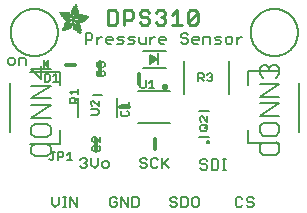
<source format=gbr>
G04 EAGLE Gerber RS-274X export*
G75*
%MOMM*%
%FSLAX34Y34*%
%LPD*%
%INSilkscreen Top*%
%IPPOS*%
%AMOC8*
5,1,8,0,0,1.08239X$1,22.5*%
G01*
%ADD10C,0.152400*%
%ADD11C,0.228600*%
%ADD12C,0.127000*%
%ADD13C,0.304800*%
%ADD14C,0.203200*%
%ADD15R,0.127000X0.762000*%
%ADD16R,0.200000X1.000000*%
%ADD17R,0.034300X0.003800*%
%ADD18R,0.057200X0.003800*%
%ADD19R,0.076200X0.003800*%
%ADD20R,0.091400X0.003800*%
%ADD21R,0.102900X0.003800*%
%ADD22R,0.114300X0.003900*%
%ADD23R,0.129500X0.003800*%
%ADD24R,0.137200X0.003800*%
%ADD25R,0.144800X0.003800*%
%ADD26R,0.152400X0.003800*%
%ADD27R,0.160000X0.003800*%
%ADD28R,0.171500X0.003800*%
%ADD29R,0.175300X0.003800*%
%ADD30R,0.182900X0.003800*%
%ADD31R,0.190500X0.003800*%
%ADD32R,0.194300X0.003900*%
%ADD33R,0.201900X0.003800*%
%ADD34R,0.209500X0.003800*%
%ADD35R,0.213400X0.003800*%
%ADD36R,0.221000X0.003800*%
%ADD37R,0.224800X0.003800*%
%ADD38R,0.232400X0.003800*%
%ADD39R,0.240000X0.003800*%
%ADD40R,0.243800X0.003800*%
%ADD41R,0.247600X0.003800*%
%ADD42R,0.255300X0.003900*%
%ADD43R,0.259100X0.003800*%
%ADD44R,0.262900X0.003800*%
%ADD45R,0.270500X0.003800*%
%ADD46R,0.274300X0.003800*%
%ADD47R,0.281900X0.003800*%
%ADD48R,0.285700X0.003800*%
%ADD49R,0.289500X0.003800*%
%ADD50R,0.297200X0.003800*%
%ADD51R,0.301000X0.003800*%
%ADD52R,0.304800X0.003900*%
%ADD53R,0.312400X0.003800*%
%ADD54R,0.316200X0.003800*%
%ADD55R,0.320000X0.003800*%
%ADD56R,0.327600X0.003800*%
%ADD57R,0.331500X0.003800*%
%ADD58R,0.339100X0.003800*%
%ADD59R,0.342900X0.003800*%
%ADD60R,0.346700X0.003800*%
%ADD61R,0.354300X0.003800*%
%ADD62R,0.358100X0.003900*%
%ADD63R,0.361900X0.003800*%
%ADD64R,0.369600X0.003800*%
%ADD65R,0.373400X0.003800*%
%ADD66R,0.377200X0.003800*%
%ADD67R,0.384800X0.003800*%
%ADD68R,0.388600X0.003800*%
%ADD69R,0.396200X0.003800*%
%ADD70R,0.400000X0.003800*%
%ADD71R,0.403800X0.003800*%
%ADD72R,0.411500X0.003900*%
%ADD73R,0.415300X0.003800*%
%ADD74R,0.419100X0.003800*%
%ADD75R,0.045700X0.003800*%
%ADD76R,0.426700X0.003800*%
%ADD77R,0.072400X0.003800*%
%ADD78R,0.430500X0.003800*%
%ADD79R,0.095300X0.003800*%
%ADD80R,0.438100X0.003800*%
%ADD81R,0.110500X0.003800*%
%ADD82R,0.441900X0.003800*%
%ADD83R,0.445800X0.003800*%
%ADD84R,0.144700X0.003800*%
%ADD85R,0.453400X0.003800*%
%ADD86R,0.457200X0.003800*%
%ADD87R,0.175300X0.003900*%
%ADD88R,0.461000X0.003900*%
%ADD89R,0.468600X0.003800*%
%ADD90R,0.205800X0.003800*%
%ADD91R,0.472400X0.003800*%
%ADD92R,0.217200X0.003800*%
%ADD93R,0.476200X0.003800*%
%ADD94R,0.483900X0.003800*%
%ADD95R,0.247700X0.003800*%
%ADD96R,0.487700X0.003800*%
%ADD97R,0.495300X0.003800*%
%ADD98R,0.499100X0.003800*%
%ADD99R,0.502900X0.003800*%
%ADD100R,0.510500X0.003800*%
%ADD101R,0.308600X0.003900*%
%ADD102R,0.514300X0.003900*%
%ADD103R,0.323800X0.003800*%
%ADD104R,0.518100X0.003800*%
%ADD105R,0.335300X0.003800*%
%ADD106R,0.525800X0.003800*%
%ADD107R,0.529600X0.003800*%
%ADD108R,0.358100X0.003800*%
%ADD109R,0.533400X0.003800*%
%ADD110R,0.537200X0.003800*%
%ADD111R,0.381000X0.003800*%
%ADD112R,0.544800X0.003800*%
%ADD113R,0.392400X0.003800*%
%ADD114R,0.548600X0.003800*%
%ADD115R,0.552400X0.003800*%
%ADD116R,0.556200X0.003800*%
%ADD117R,0.422900X0.003900*%
%ADD118R,0.560100X0.003900*%
%ADD119R,0.434300X0.003800*%
%ADD120R,0.563900X0.003800*%
%ADD121R,0.567700X0.003800*%
%ADD122R,0.461000X0.003800*%
%ADD123R,0.571500X0.003800*%
%ADD124R,0.575300X0.003800*%
%ADD125R,0.480100X0.003800*%
%ADD126R,0.579100X0.003800*%
%ADD127R,0.491500X0.003800*%
%ADD128R,0.582900X0.003800*%
%ADD129R,0.586700X0.003800*%
%ADD130R,0.510600X0.003800*%
%ADD131R,0.590500X0.003800*%
%ADD132R,0.522000X0.003800*%
%ADD133R,0.594300X0.003800*%
%ADD134R,0.533400X0.003900*%
%ADD135R,0.598200X0.003900*%
%ADD136R,0.541000X0.003800*%
%ADD137R,0.602000X0.003800*%
%ADD138R,0.552500X0.003800*%
%ADD139R,0.605800X0.003800*%
%ADD140R,0.560100X0.003800*%
%ADD141R,0.609600X0.003800*%
%ADD142R,0.613400X0.003800*%
%ADD143R,0.583000X0.003800*%
%ADD144R,0.617200X0.003800*%
%ADD145R,0.594400X0.003800*%
%ADD146R,0.621000X0.003800*%
%ADD147R,0.598200X0.003800*%
%ADD148R,0.624800X0.003800*%
%ADD149R,0.613500X0.003900*%
%ADD150R,0.628600X0.003900*%
%ADD151R,0.632400X0.003800*%
%ADD152R,0.628600X0.003800*%
%ADD153R,0.636300X0.003800*%
%ADD154R,0.640100X0.003800*%
%ADD155R,0.636200X0.003800*%
%ADD156R,0.643900X0.003800*%
%ADD157R,0.647700X0.003800*%
%ADD158R,0.651500X0.003800*%
%ADD159R,0.659100X0.003800*%
%ADD160R,0.659100X0.003900*%
%ADD161R,0.655300X0.003900*%
%ADD162R,0.662900X0.003800*%
%ADD163R,0.655300X0.003800*%
%ADD164R,0.670500X0.003800*%
%ADD165R,0.670600X0.003800*%
%ADD166R,0.674400X0.003800*%
%ADD167R,0.682000X0.003800*%
%ADD168R,0.666700X0.003800*%
%ADD169R,0.685800X0.003800*%
%ADD170R,0.689600X0.003800*%
%ADD171R,0.693400X0.003900*%
%ADD172R,0.674400X0.003900*%
%ADD173R,0.697200X0.003800*%
%ADD174R,0.678200X0.003800*%
%ADD175R,0.697300X0.003800*%
%ADD176R,0.701100X0.003800*%
%ADD177R,0.704900X0.003800*%
%ADD178R,0.708700X0.003800*%
%ADD179R,0.712500X0.003800*%
%ADD180R,0.716300X0.003800*%
%ADD181R,0.720100X0.003900*%
%ADD182R,0.689600X0.003900*%
%ADD183R,0.720000X0.003800*%
%ADD184R,0.693400X0.003800*%
%ADD185R,0.723900X0.003800*%
%ADD186R,0.727700X0.003800*%
%ADD187R,0.731500X0.003800*%
%ADD188R,0.701000X0.003800*%
%ADD189R,0.735300X0.003800*%
%ADD190R,0.731500X0.003900*%
%ADD191R,0.701000X0.003900*%
%ADD192R,0.704800X0.003800*%
%ADD193R,0.739100X0.003800*%
%ADD194R,0.743000X0.003800*%
%ADD195R,0.739200X0.003800*%
%ADD196R,0.743000X0.003900*%
%ADD197R,0.704800X0.003900*%
%ADD198R,0.746800X0.003800*%
%ADD199R,0.746800X0.003900*%
%ADD200R,0.742900X0.003800*%
%ADD201R,0.746700X0.003800*%
%ADD202R,0.746700X0.003900*%
%ADD203R,1.428800X0.003800*%
%ADD204R,1.424900X0.003800*%
%ADD205R,1.421100X0.003900*%
%ADD206R,1.421100X0.003800*%
%ADD207R,1.417300X0.003800*%
%ADD208R,1.413500X0.003800*%
%ADD209R,1.409700X0.003800*%
%ADD210R,1.405900X0.003800*%
%ADD211R,1.402100X0.003800*%
%ADD212R,1.398300X0.003800*%
%ADD213R,0.983000X0.003900*%
%ADD214R,0.384800X0.003900*%
%ADD215R,0.971600X0.003800*%
%ADD216R,0.963900X0.003800*%
%ADD217R,0.956300X0.003800*%
%ADD218R,0.365800X0.003800*%
%ADD219R,0.952500X0.003800*%
%ADD220R,0.941000X0.003800*%
%ADD221R,0.358200X0.003800*%
%ADD222R,0.937200X0.003800*%
%ADD223R,0.933400X0.003800*%
%ADD224R,0.354400X0.003800*%
%ADD225R,0.925800X0.003800*%
%ADD226R,0.350500X0.003800*%
%ADD227R,0.922000X0.003800*%
%ADD228R,0.918200X0.003900*%
%ADD229R,0.346700X0.003900*%
%ADD230R,0.910600X0.003800*%
%ADD231R,0.906800X0.003800*%
%ADD232R,0.903000X0.003800*%
%ADD233R,0.339000X0.003800*%
%ADD234R,0.895300X0.003800*%
%ADD235R,0.335200X0.003800*%
%ADD236R,0.887700X0.003800*%
%ADD237R,0.883900X0.003800*%
%ADD238R,0.331400X0.003800*%
%ADD239R,0.880100X0.003800*%
%ADD240R,0.876300X0.003800*%
%ADD241R,0.468600X0.003900*%
%ADD242R,0.396200X0.003900*%
%ADD243R,0.323800X0.003900*%
%ADD244R,0.449600X0.003800*%
%ADD245R,0.323900X0.003800*%
%ADD246R,0.442000X0.003800*%
%ADD247R,0.434400X0.003800*%
%ADD248R,0.320100X0.003800*%
%ADD249R,0.316300X0.003800*%
%ADD250R,0.426800X0.003800*%
%ADD251R,0.327700X0.003800*%
%ADD252R,0.312500X0.003800*%
%ADD253R,0.422900X0.003800*%
%ADD254R,0.308600X0.003800*%
%ADD255R,0.293400X0.003800*%
%ADD256R,0.304800X0.003800*%
%ADD257R,0.419100X0.003900*%
%ADD258R,0.285700X0.003900*%
%ADD259R,0.301000X0.003900*%
%ADD260R,0.411500X0.003800*%
%ADD261R,0.407700X0.003800*%
%ADD262R,0.289600X0.003800*%
%ADD263R,0.285800X0.003800*%
%ADD264R,0.403900X0.003800*%
%ADD265R,0.228600X0.003800*%
%ADD266R,0.403900X0.003900*%
%ADD267R,0.221000X0.003900*%
%ADD268R,0.278100X0.003900*%
%ADD269R,0.400100X0.003800*%
%ADD270R,0.209600X0.003800*%
%ADD271R,0.266700X0.003800*%
%ADD272R,0.038100X0.003800*%
%ADD273R,0.194300X0.003800*%
%ADD274R,0.148600X0.003800*%
%ADD275R,0.259000X0.003800*%
%ADD276R,0.182800X0.003800*%
%ADD277R,0.186700X0.003800*%
%ADD278R,0.251400X0.003800*%
%ADD279R,0.179100X0.003800*%
%ADD280R,0.236200X0.003800*%
%ADD281R,0.243900X0.003900*%
%ADD282R,0.282000X0.003900*%
%ADD283R,0.167700X0.003800*%
%ADD284R,0.236300X0.003800*%
%ADD285R,0.396300X0.003800*%
%ADD286R,0.163900X0.003800*%
%ADD287R,0.392500X0.003800*%
%ADD288R,0.160100X0.003800*%
%ADD289R,0.586800X0.003800*%
%ADD290R,0.148500X0.003800*%
%ADD291R,0.140900X0.003800*%
%ADD292R,0.392400X0.003900*%
%ADD293R,0.140900X0.003900*%
%ADD294R,0.647700X0.003900*%
%ADD295R,0.133300X0.003800*%
%ADD296R,0.674300X0.003800*%
%ADD297R,0.388700X0.003800*%
%ADD298R,0.125700X0.003800*%
%ADD299R,0.121900X0.003800*%
%ADD300R,0.720100X0.003800*%
%ADD301R,0.118100X0.003800*%
%ADD302R,0.118100X0.003900*%
%ADD303R,0.739100X0.003900*%
%ADD304R,0.114300X0.003800*%
%ADD305R,0.754400X0.003800*%
%ADD306R,0.765800X0.003800*%
%ADD307R,0.773400X0.003800*%
%ADD308R,0.784800X0.003800*%
%ADD309R,0.118200X0.003800*%
%ADD310R,0.792500X0.003800*%
%ADD311R,0.803900X0.003800*%
%ADD312R,0.122000X0.003800*%
%ADD313R,0.815400X0.003800*%
%ADD314R,0.125800X0.003800*%
%ADD315R,0.826800X0.003800*%
%ADD316R,0.369500X0.003900*%
%ADD317R,0.133400X0.003900*%
%ADD318R,0.842000X0.003900*%
%ADD319R,0.365700X0.003800*%
%ADD320R,1.009700X0.003800*%
%ADD321R,1.013500X0.003800*%
%ADD322R,0.362000X0.003800*%
%ADD323R,1.024900X0.003800*%
%ADD324R,1.028700X0.003800*%
%ADD325R,1.036300X0.003800*%
%ADD326R,1.047800X0.003800*%
%ADD327R,1.055400X0.003800*%
%ADD328R,1.070600X0.003800*%
%ADD329R,0.030500X0.003800*%
%ADD330R,1.436400X0.003800*%
%ADD331R,1.562100X0.003900*%
%ADD332R,1.588700X0.003800*%
%ADD333R,1.607800X0.003800*%
%ADD334R,1.626900X0.003800*%
%ADD335R,1.642100X0.003800*%
%ADD336R,1.657400X0.003800*%
%ADD337R,1.676400X0.003800*%
%ADD338R,1.687800X0.003800*%
%ADD339R,1.703000X0.003800*%
%ADD340R,1.714500X0.003800*%
%ADD341R,1.726000X0.003900*%
%ADD342R,1.741200X0.003800*%
%ADD343R,0.914400X0.003800*%
%ADD344R,0.769600X0.003800*%
%ADD345R,0.884000X0.003800*%
%ADD346R,0.712400X0.003800*%
%ADD347R,0.880100X0.003900*%
%ADD348R,0.887800X0.003800*%
%ADD349R,0.891600X0.003800*%
%ADD350R,0.895400X0.003800*%
%ADD351R,0.251500X0.003800*%
%ADD352R,0.579200X0.003900*%
%ADD353R,0.243900X0.003800*%
%ADD354R,0.556300X0.003800*%
%ADD355R,0.255200X0.003800*%
%ADD356R,0.529500X0.003800*%
%ADD357R,0.731600X0.003800*%
%ADD358R,0.525800X0.003900*%
%ADD359R,0.281900X0.003900*%
%ADD360R,0.735400X0.003900*%
%ADD361R,0.300900X0.003800*%
%ADD362R,0.762000X0.003800*%
%ADD363R,0.518200X0.003800*%
%ADD364R,0.350600X0.003800*%
%ADD365R,0.796300X0.003800*%
%ADD366R,0.807800X0.003800*%
%ADD367R,0.506700X0.003800*%
%ADD368R,0.849600X0.003800*%
%ADD369R,0.506700X0.003900*%
%ADD370R,1.371600X0.003900*%
%ADD371R,1.207800X0.003800*%
%ADD372R,0.503000X0.003800*%
%ADD373R,0.141000X0.003800*%
%ADD374R,1.203900X0.003800*%
%ADD375R,1.204000X0.003800*%
%ADD376R,1.200200X0.003800*%
%ADD377R,0.499100X0.003900*%
%ADD378R,0.156200X0.003900*%
%ADD379R,1.196400X0.003900*%
%ADD380R,1.196400X0.003800*%
%ADD381R,0.163800X0.003800*%
%ADD382R,0.167600X0.003800*%
%ADD383R,1.192500X0.003800*%
%ADD384R,0.499200X0.003800*%
%ADD385R,1.188700X0.003800*%
%ADD386R,0.506800X0.003800*%
%ADD387R,1.184900X0.003800*%
%ADD388R,0.510600X0.003900*%
%ADD389R,0.209600X0.003900*%
%ADD390R,1.181100X0.003900*%
%ADD391R,0.514400X0.003800*%
%ADD392R,1.181100X0.003800*%
%ADD393R,1.177300X0.003800*%
%ADD394R,0.240100X0.003800*%
%ADD395R,1.173500X0.003800*%
%ADD396R,1.169700X0.003800*%
%ADD397R,1.165900X0.003800*%
%ADD398R,1.162100X0.003800*%
%ADD399R,0.929700X0.003900*%
%ADD400R,1.162100X0.003900*%
%ADD401R,0.929700X0.003800*%
%ADD402R,1.154500X0.003800*%
%ADD403R,0.933500X0.003800*%
%ADD404R,1.150600X0.003800*%
%ADD405R,0.937300X0.003800*%
%ADD406R,1.146800X0.003800*%
%ADD407R,0.941100X0.003800*%
%ADD408R,1.139200X0.003800*%
%ADD409R,0.944900X0.003800*%
%ADD410R,1.135400X0.003800*%
%ADD411R,0.948700X0.003800*%
%ADD412R,1.127800X0.003800*%
%ADD413R,1.124000X0.003800*%
%ADD414R,1.116400X0.003800*%
%ADD415R,0.956300X0.003900*%
%ADD416R,1.104900X0.003900*%
%ADD417R,0.960100X0.003800*%
%ADD418R,1.093500X0.003800*%
%ADD419R,1.085900X0.003800*%
%ADD420R,0.967800X0.003800*%
%ADD421R,1.074500X0.003800*%
%ADD422R,1.063000X0.003800*%
%ADD423R,0.975400X0.003800*%
%ADD424R,1.036400X0.003800*%
%ADD425R,0.979200X0.003800*%
%ADD426R,1.021000X0.003800*%
%ADD427R,0.983000X0.003800*%
%ADD428R,1.009600X0.003800*%
%ADD429R,0.986800X0.003800*%
%ADD430R,0.998200X0.003800*%
%ADD431R,0.990600X0.003900*%
%ADD432R,0.986700X0.003900*%
%ADD433R,0.994400X0.003800*%
%ADD434R,0.975300X0.003800*%
%ADD435R,0.948600X0.003800*%
%ADD436R,1.002000X0.003800*%
%ADD437R,0.213300X0.003800*%
%ADD438R,0.217100X0.003800*%
%ADD439R,1.017300X0.003800*%
%ADD440R,0.666800X0.003800*%
%ADD441R,0.220900X0.003800*%
%ADD442R,1.028700X0.003900*%
%ADD443R,0.224700X0.003900*%
%ADD444R,1.032500X0.003800*%
%ADD445R,1.040100X0.003800*%
%ADD446R,1.043900X0.003800*%
%ADD447R,0.548700X0.003800*%
%ADD448R,1.051500X0.003800*%
%ADD449R,1.055300X0.003800*%
%ADD450R,1.059100X0.003800*%
%ADD451R,1.062900X0.003800*%
%ADD452R,0.255300X0.003800*%
%ADD453R,1.066800X0.003900*%
%ADD454R,0.259100X0.003900*%
%ADD455R,0.457200X0.003900*%
%ADD456R,0.423000X0.003800*%
%ADD457R,1.082100X0.003800*%
%ADD458R,0.274400X0.003800*%
%ADD459R,0.278200X0.003800*%
%ADD460R,1.101100X0.003800*%
%ADD461R,0.278100X0.003800*%
%ADD462R,0.876300X0.003900*%
%ADD463R,0.236200X0.003900*%
%ADD464R,0.289600X0.003900*%
%ADD465R,0.247700X0.003900*%
%ADD466R,0.049500X0.003800*%
%ADD467R,0.640100X0.003900*%
%ADD468R,0.659200X0.003800*%
%ADD469R,0.663000X0.003800*%
%ADD470R,0.872500X0.003900*%
%ADD471R,0.666800X0.003900*%
%ADD472R,0.872500X0.003800*%
%ADD473R,0.868700X0.003800*%
%ADD474R,0.864900X0.003800*%
%ADD475R,0.861100X0.003800*%
%ADD476R,0.857300X0.003800*%
%ADD477R,0.853400X0.003800*%
%ADD478R,0.845800X0.003800*%
%ADD479R,0.682000X0.003900*%
%ADD480R,0.842000X0.003800*%
%ADD481R,0.834400X0.003800*%
%ADD482R,0.823000X0.003800*%
%ADD483R,0.815300X0.003800*%
%ADD484R,0.811500X0.003800*%
%ADD485R,0.788700X0.003800*%
%ADD486R,0.777300X0.003900*%
%ADD487R,0.750600X0.003800*%
%ADD488R,0.735400X0.003800*%
%ADD489R,0.727800X0.003800*%
%ADD490R,0.628700X0.003800*%
%ADD491R,0.575400X0.003800*%
%ADD492R,0.670600X0.003900*%
%ADD493R,0.655400X0.003800*%
%ADD494R,0.651500X0.003900*%
%ADD495R,0.624800X0.003900*%
%ADD496R,0.594400X0.003900*%
%ADD497R,0.563900X0.003900*%
%ADD498R,0.541100X0.003800*%
%ADD499R,0.537300X0.003800*%
%ADD500R,0.525700X0.003800*%
%ADD501R,0.525700X0.003900*%
%ADD502R,0.514300X0.003800*%
%ADD503R,0.480100X0.003900*%
%ADD504R,0.464800X0.003800*%
%ADD505R,0.442000X0.003900*%
%ADD506R,0.438200X0.003800*%
%ADD507R,0.430600X0.003800*%
%ADD508R,0.407600X0.003800*%
%ADD509R,0.403800X0.003900*%
%ADD510R,0.365700X0.003900*%
%ADD511R,0.327700X0.003900*%
%ADD512R,0.243800X0.003900*%
%ADD513R,0.205800X0.003900*%
%ADD514R,0.198100X0.003800*%
%ADD515R,0.163800X0.003900*%
%ADD516R,0.137100X0.003800*%
%ADD517R,0.091500X0.003900*%
%ADD518R,0.060900X0.003800*%
%ADD519C,0.300000*%

G36*
X125045Y126533D02*
X125045Y126533D01*
X125116Y126531D01*
X125186Y126550D01*
X125257Y126558D01*
X125312Y126583D01*
X125391Y126603D01*
X125494Y126664D01*
X125563Y126695D01*
X128563Y128695D01*
X128650Y128772D01*
X128740Y128845D01*
X128755Y128867D01*
X128775Y128885D01*
X128837Y128982D01*
X128904Y129077D01*
X128912Y129103D01*
X128927Y129125D01*
X128959Y129236D01*
X128997Y129346D01*
X128998Y129373D01*
X129005Y129398D01*
X129005Y129514D01*
X129011Y129630D01*
X129005Y129656D01*
X129005Y129683D01*
X128973Y129794D01*
X128947Y129907D01*
X128934Y129930D01*
X128926Y129956D01*
X128864Y130054D01*
X128808Y130155D01*
X128790Y130171D01*
X128775Y130196D01*
X128567Y130381D01*
X128563Y130385D01*
X125563Y132385D01*
X125499Y132416D01*
X125439Y132456D01*
X125371Y132477D01*
X125307Y132508D01*
X125236Y132520D01*
X125168Y132541D01*
X125097Y132543D01*
X125027Y132555D01*
X124955Y132547D01*
X124884Y132549D01*
X124815Y132531D01*
X124744Y132522D01*
X124678Y132495D01*
X124609Y132477D01*
X124548Y132440D01*
X124482Y132413D01*
X124426Y132368D01*
X124364Y132332D01*
X124315Y132280D01*
X124260Y132235D01*
X124219Y132177D01*
X124170Y132124D01*
X124137Y132061D01*
X124096Y132003D01*
X124073Y131935D01*
X124040Y131871D01*
X124030Y131812D01*
X124003Y131734D01*
X123997Y131615D01*
X123985Y131540D01*
X123985Y127540D01*
X123995Y127469D01*
X123995Y127397D01*
X124015Y127329D01*
X124025Y127259D01*
X124054Y127193D01*
X124074Y127124D01*
X124112Y127064D01*
X124141Y126999D01*
X124187Y126944D01*
X124225Y126884D01*
X124279Y126836D01*
X124325Y126782D01*
X124384Y126742D01*
X124438Y126695D01*
X124502Y126664D01*
X124561Y126625D01*
X124630Y126603D01*
X124694Y126572D01*
X124764Y126560D01*
X124832Y126539D01*
X124904Y126537D01*
X124975Y126525D01*
X125045Y126533D01*
G37*
G36*
X37348Y122433D02*
X37348Y122433D01*
X37377Y122430D01*
X37469Y122450D01*
X37562Y122463D01*
X37589Y122476D01*
X37618Y122482D01*
X37698Y122530D01*
X37782Y122572D01*
X37803Y122593D01*
X37829Y122608D01*
X37890Y122680D01*
X37956Y122746D01*
X37969Y122772D01*
X37989Y122795D01*
X38024Y122882D01*
X38066Y122966D01*
X38070Y122996D01*
X38081Y123023D01*
X38099Y123190D01*
X38099Y128270D01*
X38094Y128299D01*
X38097Y128329D01*
X38075Y128420D01*
X38060Y128513D01*
X38046Y128539D01*
X38039Y128568D01*
X37988Y128647D01*
X37944Y128730D01*
X37923Y128751D01*
X37907Y128776D01*
X37834Y128835D01*
X37766Y128900D01*
X37739Y128912D01*
X37716Y128931D01*
X37628Y128964D01*
X37543Y129003D01*
X37513Y129006D01*
X37486Y129017D01*
X37392Y129020D01*
X37299Y129030D01*
X37269Y129024D01*
X37240Y129025D01*
X37150Y128998D01*
X37058Y128978D01*
X37033Y128963D01*
X37004Y128954D01*
X36862Y128864D01*
X33687Y126324D01*
X33618Y126247D01*
X33545Y126174D01*
X33536Y126157D01*
X33523Y126142D01*
X33481Y126046D01*
X33435Y125954D01*
X33433Y125934D01*
X33425Y125916D01*
X33416Y125813D01*
X33402Y125710D01*
X33406Y125691D01*
X33404Y125671D01*
X33429Y125570D01*
X33448Y125468D01*
X33458Y125451D01*
X33462Y125432D01*
X33518Y125345D01*
X33569Y125254D01*
X33586Y125237D01*
X33594Y125224D01*
X33619Y125204D01*
X33687Y125136D01*
X36862Y122596D01*
X36888Y122581D01*
X36910Y122561D01*
X36995Y122521D01*
X37077Y122475D01*
X37106Y122469D01*
X37133Y122457D01*
X37226Y122447D01*
X37318Y122429D01*
X37348Y122433D01*
G37*
D10*
X40358Y13215D02*
X40358Y7453D01*
X43240Y4572D01*
X46121Y7453D01*
X46121Y13215D01*
X49714Y4572D02*
X52595Y4572D01*
X51154Y4572D02*
X51154Y13215D01*
X49714Y13215D02*
X52595Y13215D01*
X55950Y13215D02*
X55950Y4572D01*
X61713Y4572D02*
X55950Y13215D01*
X61713Y13215D02*
X61713Y4572D01*
X64199Y44795D02*
X65640Y46235D01*
X68521Y46235D01*
X69961Y44795D01*
X69961Y43354D01*
X68521Y41914D01*
X67080Y41914D01*
X68521Y41914D02*
X69961Y40473D01*
X69961Y39033D01*
X68521Y37592D01*
X65640Y37592D01*
X64199Y39033D01*
X73554Y40473D02*
X73554Y46235D01*
X73554Y40473D02*
X76436Y37592D01*
X79317Y40473D01*
X79317Y46235D01*
X84350Y37592D02*
X87231Y37592D01*
X88672Y39033D01*
X88672Y41914D01*
X87231Y43354D01*
X84350Y43354D01*
X82910Y41914D01*
X82910Y39033D01*
X84350Y37592D01*
X93921Y13215D02*
X95361Y11775D01*
X93921Y13215D02*
X91040Y13215D01*
X89599Y11775D01*
X89599Y6013D01*
X91040Y4572D01*
X93921Y4572D01*
X95361Y6013D01*
X95361Y8894D01*
X92480Y8894D01*
X98954Y13215D02*
X98954Y4572D01*
X104717Y4572D02*
X98954Y13215D01*
X104717Y13215D02*
X104717Y4572D01*
X108310Y4572D02*
X108310Y13215D01*
X108310Y4572D02*
X112631Y4572D01*
X114072Y6013D01*
X114072Y11775D01*
X112631Y13215D01*
X108310Y13215D01*
X120761Y44795D02*
X119321Y46235D01*
X116440Y46235D01*
X114999Y44795D01*
X114999Y43354D01*
X116440Y41914D01*
X119321Y41914D01*
X120761Y40473D01*
X120761Y39033D01*
X119321Y37592D01*
X116440Y37592D01*
X114999Y39033D01*
X128676Y46235D02*
X130117Y44795D01*
X128676Y46235D02*
X125795Y46235D01*
X124354Y44795D01*
X124354Y39033D01*
X125795Y37592D01*
X128676Y37592D01*
X130117Y39033D01*
X133710Y37592D02*
X133710Y46235D01*
X133710Y40473D02*
X139472Y46235D01*
X135150Y41914D02*
X139472Y37592D01*
X170410Y44965D02*
X171851Y43525D01*
X170410Y44965D02*
X167529Y44965D01*
X166088Y43525D01*
X166088Y42084D01*
X167529Y40644D01*
X170410Y40644D01*
X171851Y39203D01*
X171851Y37763D01*
X170410Y36322D01*
X167529Y36322D01*
X166088Y37763D01*
X175444Y36322D02*
X175444Y44965D01*
X175444Y36322D02*
X179765Y36322D01*
X181206Y37763D01*
X181206Y43525D01*
X179765Y44965D01*
X175444Y44965D01*
X184799Y36322D02*
X187680Y36322D01*
X186239Y36322D02*
X186239Y44965D01*
X184799Y44965D02*
X187680Y44965D01*
D11*
X87448Y158877D02*
X87448Y171334D01*
X87448Y158877D02*
X93676Y158877D01*
X95752Y160953D01*
X95752Y169258D01*
X93676Y171334D01*
X87448Y171334D01*
X101013Y171334D02*
X101013Y158877D01*
X101013Y171334D02*
X107241Y171334D01*
X109317Y169258D01*
X109317Y165105D01*
X107241Y163029D01*
X101013Y163029D01*
X120806Y171334D02*
X122882Y169258D01*
X120806Y171334D02*
X116654Y171334D01*
X114578Y169258D01*
X114578Y167181D01*
X116654Y165105D01*
X120806Y165105D01*
X122882Y163029D01*
X122882Y160953D01*
X120806Y158877D01*
X116654Y158877D01*
X114578Y160953D01*
X128143Y169258D02*
X130219Y171334D01*
X134371Y171334D01*
X136447Y169258D01*
X136447Y167181D01*
X134371Y165105D01*
X132295Y165105D01*
X134371Y165105D02*
X136447Y163029D01*
X136447Y160953D01*
X134371Y158877D01*
X130219Y158877D01*
X128143Y160953D01*
X141708Y167181D02*
X145860Y171334D01*
X145860Y158877D01*
X141708Y158877D02*
X150012Y158877D01*
X155273Y160953D02*
X155273Y169258D01*
X157349Y171334D01*
X161501Y171334D01*
X163577Y169258D01*
X163577Y160953D01*
X161501Y158877D01*
X157349Y158877D01*
X155273Y160953D01*
X163577Y169258D01*
D10*
X68827Y151645D02*
X68827Y143002D01*
X68827Y151645D02*
X73149Y151645D01*
X74589Y150205D01*
X74589Y147324D01*
X73149Y145883D01*
X68827Y145883D01*
X78182Y143002D02*
X78182Y148764D01*
X78182Y145883D02*
X81063Y148764D01*
X82504Y148764D01*
X87419Y143002D02*
X90300Y143002D01*
X87419Y143002D02*
X85978Y144443D01*
X85978Y147324D01*
X87419Y148764D01*
X90300Y148764D01*
X91740Y147324D01*
X91740Y145883D01*
X85978Y145883D01*
X95333Y143002D02*
X99655Y143002D01*
X101095Y144443D01*
X99655Y145883D01*
X96774Y145883D01*
X95333Y147324D01*
X96774Y148764D01*
X101095Y148764D01*
X104688Y143002D02*
X109010Y143002D01*
X110451Y144443D01*
X109010Y145883D01*
X106129Y145883D01*
X104688Y147324D01*
X106129Y148764D01*
X110451Y148764D01*
X114044Y148764D02*
X114044Y144443D01*
X115484Y143002D01*
X119806Y143002D01*
X119806Y148764D01*
X123399Y148764D02*
X123399Y143002D01*
X123399Y145883D02*
X126280Y148764D01*
X127720Y148764D01*
X132635Y143002D02*
X135516Y143002D01*
X132635Y143002D02*
X131195Y144443D01*
X131195Y147324D01*
X132635Y148764D01*
X135516Y148764D01*
X136957Y147324D01*
X136957Y145883D01*
X131195Y145883D01*
X154227Y151645D02*
X155667Y150205D01*
X154227Y151645D02*
X151346Y151645D01*
X149905Y150205D01*
X149905Y148764D01*
X151346Y147324D01*
X154227Y147324D01*
X155667Y145883D01*
X155667Y144443D01*
X154227Y143002D01*
X151346Y143002D01*
X149905Y144443D01*
X160701Y143002D02*
X163582Y143002D01*
X160701Y143002D02*
X159260Y144443D01*
X159260Y147324D01*
X160701Y148764D01*
X163582Y148764D01*
X165023Y147324D01*
X165023Y145883D01*
X159260Y145883D01*
X168615Y143002D02*
X168615Y148764D01*
X172937Y148764D01*
X174378Y147324D01*
X174378Y143002D01*
X177971Y143002D02*
X182292Y143002D01*
X183733Y144443D01*
X182292Y145883D01*
X179411Y145883D01*
X177971Y147324D01*
X179411Y148764D01*
X183733Y148764D01*
X188766Y143002D02*
X191648Y143002D01*
X193088Y144443D01*
X193088Y147324D01*
X191648Y148764D01*
X188766Y148764D01*
X187326Y147324D01*
X187326Y144443D01*
X188766Y143002D01*
X196681Y143002D02*
X196681Y148764D01*
X196681Y145883D02*
X199562Y148764D01*
X201003Y148764D01*
D12*
X7624Y125095D02*
X4658Y125095D01*
X7624Y125095D02*
X9107Y126578D01*
X9107Y129544D01*
X7624Y131027D01*
X4658Y131027D01*
X3175Y129544D01*
X3175Y126578D01*
X4658Y125095D01*
X12530Y125095D02*
X12530Y131027D01*
X16979Y131027D01*
X18462Y129544D01*
X18462Y125095D01*
D10*
X200199Y13215D02*
X201639Y11775D01*
X200199Y13215D02*
X197317Y13215D01*
X195877Y11775D01*
X195877Y6013D01*
X197317Y4572D01*
X200199Y4572D01*
X201639Y6013D01*
X209554Y13215D02*
X210994Y11775D01*
X209554Y13215D02*
X206673Y13215D01*
X205232Y11775D01*
X205232Y10334D01*
X206673Y8894D01*
X209554Y8894D01*
X210994Y7453D01*
X210994Y6013D01*
X209554Y4572D01*
X206673Y4572D01*
X205232Y6013D01*
X146161Y11775D02*
X144721Y13215D01*
X141840Y13215D01*
X140399Y11775D01*
X140399Y10334D01*
X141840Y8894D01*
X144721Y8894D01*
X146161Y7453D01*
X146161Y6013D01*
X144721Y4572D01*
X141840Y4572D01*
X140399Y6013D01*
X149754Y4572D02*
X149754Y13215D01*
X149754Y4572D02*
X154076Y4572D01*
X155517Y6013D01*
X155517Y11775D01*
X154076Y13215D01*
X149754Y13215D01*
X160550Y13215D02*
X163431Y13215D01*
X160550Y13215D02*
X159110Y11775D01*
X159110Y6013D01*
X160550Y4572D01*
X163431Y4572D01*
X164872Y6013D01*
X164872Y11775D01*
X163431Y13215D01*
D13*
X77470Y52070D02*
X77470Y62230D01*
D10*
X75518Y56240D02*
X74416Y55139D01*
X74416Y52935D01*
X75518Y51834D01*
X79924Y51834D01*
X81026Y52935D01*
X81026Y55139D01*
X79924Y56240D01*
X81026Y59318D02*
X81026Y63724D01*
X81026Y59318D02*
X76620Y63724D01*
X75518Y63724D01*
X74416Y62623D01*
X74416Y60419D01*
X75518Y59318D01*
D14*
X62240Y80900D02*
X62240Y96900D01*
X95240Y96900D02*
X95240Y80900D01*
X82740Y99400D02*
X74740Y99400D01*
D10*
X73146Y82854D02*
X78654Y82854D01*
X79756Y83955D01*
X79756Y86159D01*
X78654Y87260D01*
X73146Y87260D01*
X79756Y90338D02*
X79756Y94744D01*
X79756Y90338D02*
X75350Y94744D01*
X74248Y94744D01*
X73146Y93643D01*
X73146Y91439D01*
X74248Y90338D01*
D13*
X81280Y116840D02*
X81280Y127000D01*
D10*
X79328Y119740D02*
X78226Y118639D01*
X78226Y116435D01*
X79328Y115334D01*
X83734Y115334D01*
X84836Y116435D01*
X84836Y118639D01*
X83734Y119740D01*
X79328Y122818D02*
X78226Y123919D01*
X78226Y126123D01*
X79328Y127224D01*
X80430Y127224D01*
X81531Y126123D01*
X81531Y125021D01*
X81531Y126123D02*
X82633Y127224D01*
X83734Y127224D01*
X84836Y126123D01*
X84836Y123919D01*
X83734Y122818D01*
D13*
X97600Y89154D02*
X105600Y89154D01*
D10*
X99648Y85704D02*
X98546Y84603D01*
X98546Y82399D01*
X99648Y81298D01*
X104054Y81298D01*
X105156Y82399D01*
X105156Y84603D01*
X104054Y85704D01*
X100750Y88782D02*
X98546Y90985D01*
X105156Y90985D01*
X105156Y88782D02*
X105156Y93188D01*
D14*
X152450Y100300D02*
X152450Y128300D01*
X190450Y128300D02*
X190450Y100300D01*
D10*
X164354Y111254D02*
X164354Y117864D01*
X167659Y117864D01*
X168760Y116762D01*
X168760Y114559D01*
X167659Y113457D01*
X164354Y113457D01*
X166557Y113457D02*
X168760Y111254D01*
X171838Y116762D02*
X172939Y117864D01*
X175143Y117864D01*
X176244Y116762D01*
X176244Y115660D01*
X175143Y114559D01*
X174041Y114559D01*
X175143Y114559D02*
X176244Y113457D01*
X176244Y112356D01*
X175143Y111254D01*
X172939Y111254D01*
X171838Y112356D01*
D14*
X173410Y63930D02*
X164410Y63930D01*
X164410Y85930D02*
X173410Y85930D01*
X171410Y59930D02*
X171412Y59993D01*
X171418Y60055D01*
X171428Y60117D01*
X171441Y60179D01*
X171459Y60239D01*
X171480Y60298D01*
X171505Y60356D01*
X171534Y60412D01*
X171566Y60466D01*
X171601Y60518D01*
X171639Y60567D01*
X171681Y60615D01*
X171725Y60659D01*
X171773Y60701D01*
X171822Y60739D01*
X171874Y60774D01*
X171928Y60806D01*
X171984Y60835D01*
X172042Y60860D01*
X172101Y60881D01*
X172161Y60899D01*
X172223Y60912D01*
X172285Y60922D01*
X172347Y60928D01*
X172410Y60930D01*
X172473Y60928D01*
X172535Y60922D01*
X172597Y60912D01*
X172659Y60899D01*
X172719Y60881D01*
X172778Y60860D01*
X172836Y60835D01*
X172892Y60806D01*
X172946Y60774D01*
X172998Y60739D01*
X173047Y60701D01*
X173095Y60659D01*
X173139Y60615D01*
X173181Y60567D01*
X173219Y60518D01*
X173254Y60466D01*
X173286Y60412D01*
X173315Y60356D01*
X173340Y60298D01*
X173361Y60239D01*
X173379Y60179D01*
X173392Y60117D01*
X173402Y60055D01*
X173408Y59993D01*
X173410Y59930D01*
X173408Y59867D01*
X173402Y59805D01*
X173392Y59743D01*
X173379Y59681D01*
X173361Y59621D01*
X173340Y59562D01*
X173315Y59504D01*
X173286Y59448D01*
X173254Y59394D01*
X173219Y59342D01*
X173181Y59293D01*
X173139Y59245D01*
X173095Y59201D01*
X173047Y59159D01*
X172998Y59121D01*
X172946Y59086D01*
X172892Y59054D01*
X172836Y59025D01*
X172778Y59000D01*
X172719Y58979D01*
X172659Y58961D01*
X172597Y58948D01*
X172535Y58938D01*
X172473Y58932D01*
X172410Y58930D01*
X172347Y58932D01*
X172285Y58938D01*
X172223Y58948D01*
X172161Y58961D01*
X172101Y58979D01*
X172042Y59000D01*
X171984Y59025D01*
X171928Y59054D01*
X171874Y59086D01*
X171822Y59121D01*
X171773Y59159D01*
X171725Y59201D01*
X171681Y59245D01*
X171639Y59293D01*
X171601Y59342D01*
X171566Y59394D01*
X171534Y59448D01*
X171505Y59504D01*
X171480Y59562D01*
X171459Y59621D01*
X171441Y59681D01*
X171428Y59743D01*
X171418Y59805D01*
X171412Y59867D01*
X171410Y59930D01*
D10*
X170856Y69342D02*
X166450Y69342D01*
X165348Y70444D01*
X165348Y72647D01*
X166450Y73748D01*
X170856Y73748D01*
X171958Y72647D01*
X171958Y70444D01*
X170856Y69342D01*
X169755Y71545D02*
X171958Y73748D01*
X171958Y76826D02*
X171958Y81233D01*
X167552Y81233D02*
X171958Y76826D01*
X167552Y81233D02*
X166450Y81233D01*
X165348Y80131D01*
X165348Y77928D01*
X166450Y76826D01*
D14*
X5400Y152400D02*
X5406Y152891D01*
X5424Y153381D01*
X5454Y153871D01*
X5496Y154360D01*
X5550Y154848D01*
X5616Y155335D01*
X5694Y155819D01*
X5784Y156302D01*
X5886Y156782D01*
X5999Y157260D01*
X6124Y157734D01*
X6261Y158206D01*
X6409Y158674D01*
X6569Y159138D01*
X6740Y159598D01*
X6922Y160054D01*
X7116Y160505D01*
X7320Y160951D01*
X7536Y161392D01*
X7762Y161828D01*
X7998Y162258D01*
X8245Y162682D01*
X8503Y163100D01*
X8771Y163511D01*
X9048Y163916D01*
X9336Y164314D01*
X9633Y164705D01*
X9940Y165088D01*
X10256Y165463D01*
X10581Y165831D01*
X10915Y166191D01*
X11258Y166542D01*
X11609Y166885D01*
X11969Y167219D01*
X12337Y167544D01*
X12712Y167860D01*
X13095Y168167D01*
X13486Y168464D01*
X13884Y168752D01*
X14289Y169029D01*
X14700Y169297D01*
X15118Y169555D01*
X15542Y169802D01*
X15972Y170038D01*
X16408Y170264D01*
X16849Y170480D01*
X17295Y170684D01*
X17746Y170878D01*
X18202Y171060D01*
X18662Y171231D01*
X19126Y171391D01*
X19594Y171539D01*
X20066Y171676D01*
X20540Y171801D01*
X21018Y171914D01*
X21498Y172016D01*
X21981Y172106D01*
X22465Y172184D01*
X22952Y172250D01*
X23440Y172304D01*
X23929Y172346D01*
X24419Y172376D01*
X24909Y172394D01*
X25400Y172400D01*
X25891Y172394D01*
X26381Y172376D01*
X26871Y172346D01*
X27360Y172304D01*
X27848Y172250D01*
X28335Y172184D01*
X28819Y172106D01*
X29302Y172016D01*
X29782Y171914D01*
X30260Y171801D01*
X30734Y171676D01*
X31206Y171539D01*
X31674Y171391D01*
X32138Y171231D01*
X32598Y171060D01*
X33054Y170878D01*
X33505Y170684D01*
X33951Y170480D01*
X34392Y170264D01*
X34828Y170038D01*
X35258Y169802D01*
X35682Y169555D01*
X36100Y169297D01*
X36511Y169029D01*
X36916Y168752D01*
X37314Y168464D01*
X37705Y168167D01*
X38088Y167860D01*
X38463Y167544D01*
X38831Y167219D01*
X39191Y166885D01*
X39542Y166542D01*
X39885Y166191D01*
X40219Y165831D01*
X40544Y165463D01*
X40860Y165088D01*
X41167Y164705D01*
X41464Y164314D01*
X41752Y163916D01*
X42029Y163511D01*
X42297Y163100D01*
X42555Y162682D01*
X42802Y162258D01*
X43038Y161828D01*
X43264Y161392D01*
X43480Y160951D01*
X43684Y160505D01*
X43878Y160054D01*
X44060Y159598D01*
X44231Y159138D01*
X44391Y158674D01*
X44539Y158206D01*
X44676Y157734D01*
X44801Y157260D01*
X44914Y156782D01*
X45016Y156302D01*
X45106Y155819D01*
X45184Y155335D01*
X45250Y154848D01*
X45304Y154360D01*
X45346Y153871D01*
X45376Y153381D01*
X45394Y152891D01*
X45400Y152400D01*
X45394Y151909D01*
X45376Y151419D01*
X45346Y150929D01*
X45304Y150440D01*
X45250Y149952D01*
X45184Y149465D01*
X45106Y148981D01*
X45016Y148498D01*
X44914Y148018D01*
X44801Y147540D01*
X44676Y147066D01*
X44539Y146594D01*
X44391Y146126D01*
X44231Y145662D01*
X44060Y145202D01*
X43878Y144746D01*
X43684Y144295D01*
X43480Y143849D01*
X43264Y143408D01*
X43038Y142972D01*
X42802Y142542D01*
X42555Y142118D01*
X42297Y141700D01*
X42029Y141289D01*
X41752Y140884D01*
X41464Y140486D01*
X41167Y140095D01*
X40860Y139712D01*
X40544Y139337D01*
X40219Y138969D01*
X39885Y138609D01*
X39542Y138258D01*
X39191Y137915D01*
X38831Y137581D01*
X38463Y137256D01*
X38088Y136940D01*
X37705Y136633D01*
X37314Y136336D01*
X36916Y136048D01*
X36511Y135771D01*
X36100Y135503D01*
X35682Y135245D01*
X35258Y134998D01*
X34828Y134762D01*
X34392Y134536D01*
X33951Y134320D01*
X33505Y134116D01*
X33054Y133922D01*
X32598Y133740D01*
X32138Y133569D01*
X31674Y133409D01*
X31206Y133261D01*
X30734Y133124D01*
X30260Y132999D01*
X29782Y132886D01*
X29302Y132784D01*
X28819Y132694D01*
X28335Y132616D01*
X27848Y132550D01*
X27360Y132496D01*
X26871Y132454D01*
X26381Y132424D01*
X25891Y132406D01*
X25400Y132400D01*
X24909Y132406D01*
X24419Y132424D01*
X23929Y132454D01*
X23440Y132496D01*
X22952Y132550D01*
X22465Y132616D01*
X21981Y132694D01*
X21498Y132784D01*
X21018Y132886D01*
X20540Y132999D01*
X20066Y133124D01*
X19594Y133261D01*
X19126Y133409D01*
X18662Y133569D01*
X18202Y133740D01*
X17746Y133922D01*
X17295Y134116D01*
X16849Y134320D01*
X16408Y134536D01*
X15972Y134762D01*
X15542Y134998D01*
X15118Y135245D01*
X14700Y135503D01*
X14289Y135771D01*
X13884Y136048D01*
X13486Y136336D01*
X13095Y136633D01*
X12712Y136940D01*
X12337Y137256D01*
X11969Y137581D01*
X11609Y137915D01*
X11258Y138258D01*
X10915Y138609D01*
X10581Y138969D01*
X10256Y139337D01*
X9940Y139712D01*
X9633Y140095D01*
X9336Y140486D01*
X9048Y140884D01*
X8771Y141289D01*
X8503Y141700D01*
X8245Y142118D01*
X7998Y142542D01*
X7762Y142972D01*
X7536Y143408D01*
X7320Y143849D01*
X7116Y144295D01*
X6922Y144746D01*
X6740Y145202D01*
X6569Y145662D01*
X6409Y146126D01*
X6261Y146594D01*
X6124Y147066D01*
X5999Y147540D01*
X5886Y148018D01*
X5784Y148498D01*
X5694Y148981D01*
X5616Y149465D01*
X5550Y149952D01*
X5496Y150440D01*
X5454Y150929D01*
X5424Y151419D01*
X5406Y151909D01*
X5400Y152400D01*
X208600Y152400D02*
X208606Y152891D01*
X208624Y153381D01*
X208654Y153871D01*
X208696Y154360D01*
X208750Y154848D01*
X208816Y155335D01*
X208894Y155819D01*
X208984Y156302D01*
X209086Y156782D01*
X209199Y157260D01*
X209324Y157734D01*
X209461Y158206D01*
X209609Y158674D01*
X209769Y159138D01*
X209940Y159598D01*
X210122Y160054D01*
X210316Y160505D01*
X210520Y160951D01*
X210736Y161392D01*
X210962Y161828D01*
X211198Y162258D01*
X211445Y162682D01*
X211703Y163100D01*
X211971Y163511D01*
X212248Y163916D01*
X212536Y164314D01*
X212833Y164705D01*
X213140Y165088D01*
X213456Y165463D01*
X213781Y165831D01*
X214115Y166191D01*
X214458Y166542D01*
X214809Y166885D01*
X215169Y167219D01*
X215537Y167544D01*
X215912Y167860D01*
X216295Y168167D01*
X216686Y168464D01*
X217084Y168752D01*
X217489Y169029D01*
X217900Y169297D01*
X218318Y169555D01*
X218742Y169802D01*
X219172Y170038D01*
X219608Y170264D01*
X220049Y170480D01*
X220495Y170684D01*
X220946Y170878D01*
X221402Y171060D01*
X221862Y171231D01*
X222326Y171391D01*
X222794Y171539D01*
X223266Y171676D01*
X223740Y171801D01*
X224218Y171914D01*
X224698Y172016D01*
X225181Y172106D01*
X225665Y172184D01*
X226152Y172250D01*
X226640Y172304D01*
X227129Y172346D01*
X227619Y172376D01*
X228109Y172394D01*
X228600Y172400D01*
X229091Y172394D01*
X229581Y172376D01*
X230071Y172346D01*
X230560Y172304D01*
X231048Y172250D01*
X231535Y172184D01*
X232019Y172106D01*
X232502Y172016D01*
X232982Y171914D01*
X233460Y171801D01*
X233934Y171676D01*
X234406Y171539D01*
X234874Y171391D01*
X235338Y171231D01*
X235798Y171060D01*
X236254Y170878D01*
X236705Y170684D01*
X237151Y170480D01*
X237592Y170264D01*
X238028Y170038D01*
X238458Y169802D01*
X238882Y169555D01*
X239300Y169297D01*
X239711Y169029D01*
X240116Y168752D01*
X240514Y168464D01*
X240905Y168167D01*
X241288Y167860D01*
X241663Y167544D01*
X242031Y167219D01*
X242391Y166885D01*
X242742Y166542D01*
X243085Y166191D01*
X243419Y165831D01*
X243744Y165463D01*
X244060Y165088D01*
X244367Y164705D01*
X244664Y164314D01*
X244952Y163916D01*
X245229Y163511D01*
X245497Y163100D01*
X245755Y162682D01*
X246002Y162258D01*
X246238Y161828D01*
X246464Y161392D01*
X246680Y160951D01*
X246884Y160505D01*
X247078Y160054D01*
X247260Y159598D01*
X247431Y159138D01*
X247591Y158674D01*
X247739Y158206D01*
X247876Y157734D01*
X248001Y157260D01*
X248114Y156782D01*
X248216Y156302D01*
X248306Y155819D01*
X248384Y155335D01*
X248450Y154848D01*
X248504Y154360D01*
X248546Y153871D01*
X248576Y153381D01*
X248594Y152891D01*
X248600Y152400D01*
X248594Y151909D01*
X248576Y151419D01*
X248546Y150929D01*
X248504Y150440D01*
X248450Y149952D01*
X248384Y149465D01*
X248306Y148981D01*
X248216Y148498D01*
X248114Y148018D01*
X248001Y147540D01*
X247876Y147066D01*
X247739Y146594D01*
X247591Y146126D01*
X247431Y145662D01*
X247260Y145202D01*
X247078Y144746D01*
X246884Y144295D01*
X246680Y143849D01*
X246464Y143408D01*
X246238Y142972D01*
X246002Y142542D01*
X245755Y142118D01*
X245497Y141700D01*
X245229Y141289D01*
X244952Y140884D01*
X244664Y140486D01*
X244367Y140095D01*
X244060Y139712D01*
X243744Y139337D01*
X243419Y138969D01*
X243085Y138609D01*
X242742Y138258D01*
X242391Y137915D01*
X242031Y137581D01*
X241663Y137256D01*
X241288Y136940D01*
X240905Y136633D01*
X240514Y136336D01*
X240116Y136048D01*
X239711Y135771D01*
X239300Y135503D01*
X238882Y135245D01*
X238458Y134998D01*
X238028Y134762D01*
X237592Y134536D01*
X237151Y134320D01*
X236705Y134116D01*
X236254Y133922D01*
X235798Y133740D01*
X235338Y133569D01*
X234874Y133409D01*
X234406Y133261D01*
X233934Y133124D01*
X233460Y132999D01*
X232982Y132886D01*
X232502Y132784D01*
X232019Y132694D01*
X231535Y132616D01*
X231048Y132550D01*
X230560Y132496D01*
X230071Y132454D01*
X229581Y132424D01*
X229091Y132406D01*
X228600Y132400D01*
X228109Y132406D01*
X227619Y132424D01*
X227129Y132454D01*
X226640Y132496D01*
X226152Y132550D01*
X225665Y132616D01*
X225181Y132694D01*
X224698Y132784D01*
X224218Y132886D01*
X223740Y132999D01*
X223266Y133124D01*
X222794Y133261D01*
X222326Y133409D01*
X221862Y133569D01*
X221402Y133740D01*
X220946Y133922D01*
X220495Y134116D01*
X220049Y134320D01*
X219608Y134536D01*
X219172Y134762D01*
X218742Y134998D01*
X218318Y135245D01*
X217900Y135503D01*
X217489Y135771D01*
X217084Y136048D01*
X216686Y136336D01*
X216295Y136633D01*
X215912Y136940D01*
X215537Y137256D01*
X215169Y137581D01*
X214809Y137915D01*
X214458Y138258D01*
X214115Y138609D01*
X213781Y138969D01*
X213456Y139337D01*
X213140Y139712D01*
X212833Y140095D01*
X212536Y140486D01*
X212248Y140884D01*
X211971Y141289D01*
X211703Y141700D01*
X211445Y142118D01*
X211198Y142542D01*
X210962Y142972D01*
X210736Y143408D01*
X210520Y143849D01*
X210316Y144295D01*
X210122Y144746D01*
X209940Y145202D01*
X209769Y145662D01*
X209609Y146126D01*
X209461Y146594D01*
X209324Y147066D01*
X209199Y147540D01*
X209086Y148018D01*
X208984Y148498D01*
X208894Y148981D01*
X208816Y149465D01*
X208750Y149952D01*
X208696Y150440D01*
X208654Y150929D01*
X208624Y151419D01*
X208606Y151909D01*
X208600Y152400D01*
D10*
X206460Y58900D02*
X232460Y58900D01*
X206460Y58900D02*
X206460Y69900D01*
X206460Y107900D02*
X206460Y119900D01*
X232460Y119900D01*
X249460Y109900D02*
X249460Y67900D01*
X218780Y59589D02*
X216068Y56877D01*
X216068Y51454D01*
X218780Y48742D01*
X229626Y48742D01*
X232338Y51454D01*
X232338Y56877D01*
X229626Y59589D01*
X216068Y67825D02*
X216068Y73249D01*
X216068Y67825D02*
X218780Y65114D01*
X229626Y65114D01*
X232338Y67825D01*
X232338Y73249D01*
X229626Y75960D01*
X218780Y75960D01*
X216068Y73249D01*
X216068Y81485D02*
X232338Y81485D01*
X232338Y92332D02*
X216068Y81485D01*
X216068Y92332D02*
X232338Y92332D01*
X232338Y97857D02*
X216068Y97857D01*
X232338Y108703D01*
X216068Y108703D01*
X218780Y114228D02*
X216068Y116940D01*
X216068Y122363D01*
X218780Y125075D01*
X221491Y125075D01*
X224203Y122363D01*
X224203Y119652D01*
X224203Y122363D02*
X226915Y125075D01*
X229626Y125075D01*
X232338Y122363D01*
X232338Y116940D01*
X229626Y114228D01*
X47540Y118900D02*
X21540Y118900D01*
X47540Y118900D02*
X47540Y107900D01*
X47540Y69900D02*
X47540Y57900D01*
X21540Y57900D01*
X4540Y67900D02*
X4540Y109900D01*
X25630Y58301D02*
X22918Y55589D01*
X22918Y50166D01*
X25630Y47454D01*
X36476Y47454D01*
X39188Y50166D01*
X39188Y55589D01*
X36476Y58301D01*
X22918Y66537D02*
X22918Y71961D01*
X22918Y66537D02*
X25630Y63826D01*
X36476Y63826D01*
X39188Y66537D01*
X39188Y71961D01*
X36476Y74672D01*
X25630Y74672D01*
X22918Y71961D01*
X22918Y80197D02*
X39188Y80197D01*
X39188Y91044D02*
X22918Y80197D01*
X22918Y91044D02*
X39188Y91044D01*
X39188Y96569D02*
X22918Y96569D01*
X39188Y107415D01*
X22918Y107415D01*
X22918Y121075D02*
X39188Y121075D01*
X31053Y112940D02*
X22918Y121075D01*
X31053Y123787D02*
X31053Y112940D01*
D15*
X33528Y125730D03*
D10*
X34054Y117354D02*
X34054Y110744D01*
X37359Y110744D01*
X38460Y111846D01*
X38460Y116252D01*
X37359Y117354D01*
X34054Y117354D01*
X41538Y115150D02*
X43741Y117354D01*
X43741Y110744D01*
X41538Y110744D02*
X45944Y110744D01*
D13*
X51880Y124460D02*
X59880Y124460D01*
D10*
X61976Y92474D02*
X55366Y92474D01*
X55366Y95779D01*
X56468Y96880D01*
X58671Y96880D01*
X59773Y95779D01*
X59773Y92474D01*
X59773Y94677D02*
X61976Y96880D01*
X57570Y99958D02*
X55366Y102161D01*
X61976Y102161D01*
X61976Y99958D02*
X61976Y104364D01*
D13*
X127508Y61912D02*
X127508Y53912D01*
D14*
X137000Y122540D02*
X117000Y122540D01*
X117000Y136540D02*
X137000Y136540D01*
X129500Y129540D02*
X123500Y125540D01*
X123500Y133540D01*
X129500Y129540D01*
D16*
X130500Y129540D03*
D13*
X114300Y117030D02*
X114300Y109030D01*
D17*
X64059Y151130D03*
D18*
X64059Y151168D03*
D19*
X64040Y151206D03*
D20*
X64040Y151244D03*
D21*
X64059Y151282D03*
D22*
X64040Y151321D03*
D23*
X64040Y151359D03*
D24*
X64040Y151397D03*
D25*
X64040Y151435D03*
D26*
X64002Y151473D03*
D27*
X64002Y151511D03*
D28*
X63983Y151549D03*
D29*
X63964Y151587D03*
D30*
X63964Y151625D03*
D31*
X63926Y151663D03*
D32*
X63907Y151702D03*
D33*
X63907Y151740D03*
D34*
X63869Y151778D03*
D35*
X63849Y151816D03*
D36*
X63811Y151854D03*
D37*
X63792Y151892D03*
D38*
X63792Y151930D03*
D39*
X63754Y151968D03*
D40*
X63735Y152006D03*
D41*
X63716Y152044D03*
D42*
X63678Y152083D03*
D43*
X63659Y152121D03*
D44*
X63640Y152159D03*
D45*
X63602Y152197D03*
D46*
X63583Y152235D03*
D47*
X63545Y152273D03*
D48*
X63526Y152311D03*
D49*
X63507Y152349D03*
D50*
X63468Y152387D03*
D51*
X63449Y152425D03*
D52*
X63430Y152464D03*
D53*
X63392Y152502D03*
D54*
X63373Y152540D03*
D55*
X63354Y152578D03*
D56*
X63316Y152616D03*
D57*
X63297Y152654D03*
D58*
X63259Y152692D03*
D59*
X63240Y152730D03*
D60*
X63221Y152768D03*
D61*
X63183Y152806D03*
D62*
X63164Y152845D03*
D63*
X63145Y152883D03*
D64*
X63106Y152921D03*
D65*
X63087Y152959D03*
D66*
X63068Y152997D03*
D67*
X63030Y153035D03*
D68*
X63011Y153073D03*
D69*
X62973Y153111D03*
D70*
X62954Y153149D03*
D71*
X62935Y153187D03*
D72*
X62897Y153226D03*
D73*
X62878Y153264D03*
D74*
X62859Y153302D03*
D75*
X50096Y153340D03*
D76*
X62821Y153340D03*
D77*
X50114Y153378D03*
D78*
X62802Y153378D03*
D79*
X50153Y153416D03*
D80*
X62764Y153416D03*
D81*
X50191Y153454D03*
D82*
X62745Y153454D03*
D23*
X50210Y153492D03*
D83*
X62725Y153492D03*
D84*
X50248Y153530D03*
D85*
X62687Y153530D03*
D27*
X50286Y153568D03*
D86*
X62668Y153568D03*
D87*
X50324Y153607D03*
D88*
X62649Y153607D03*
D31*
X50362Y153645D03*
D89*
X62611Y153645D03*
D90*
X50400Y153683D03*
D91*
X62592Y153683D03*
D92*
X50457Y153721D03*
D93*
X62573Y153721D03*
D38*
X50495Y153759D03*
D94*
X62535Y153759D03*
D95*
X50534Y153797D03*
D96*
X62516Y153797D03*
D43*
X50591Y153835D03*
D97*
X62478Y153835D03*
D46*
X50629Y153873D03*
D98*
X62459Y153873D03*
D48*
X50686Y153911D03*
D99*
X62440Y153911D03*
D50*
X50743Y153949D03*
D100*
X62402Y153949D03*
D101*
X50800Y153988D03*
D102*
X62383Y153988D03*
D103*
X50838Y154026D03*
D104*
X62364Y154026D03*
D105*
X50896Y154064D03*
D106*
X62325Y154064D03*
D60*
X50953Y154102D03*
D107*
X62306Y154102D03*
D108*
X51010Y154140D03*
D109*
X62287Y154140D03*
D64*
X51067Y154178D03*
D110*
X62268Y154178D03*
D111*
X51124Y154216D03*
D112*
X62230Y154216D03*
D113*
X51181Y154254D03*
D114*
X62211Y154254D03*
D71*
X51238Y154292D03*
D115*
X62192Y154292D03*
D73*
X51296Y154330D03*
D116*
X62173Y154330D03*
D117*
X51372Y154369D03*
D118*
X62154Y154369D03*
D119*
X51429Y154407D03*
D120*
X62135Y154407D03*
D83*
X51486Y154445D03*
D121*
X62116Y154445D03*
D122*
X51562Y154483D03*
D123*
X62097Y154483D03*
D91*
X51619Y154521D03*
D124*
X62078Y154521D03*
D125*
X51696Y154559D03*
D126*
X62059Y154559D03*
D127*
X51753Y154597D03*
D128*
X62040Y154597D03*
D99*
X51810Y154635D03*
D129*
X62021Y154635D03*
D130*
X51886Y154673D03*
D131*
X62002Y154673D03*
D132*
X51943Y154711D03*
D133*
X61983Y154711D03*
D134*
X52000Y154750D03*
D135*
X61963Y154750D03*
D136*
X52076Y154788D03*
D137*
X61944Y154788D03*
D138*
X52134Y154826D03*
D139*
X61925Y154826D03*
D140*
X52172Y154864D03*
D139*
X61925Y154864D03*
D123*
X52229Y154902D03*
D141*
X61906Y154902D03*
D124*
X52286Y154940D03*
D142*
X61887Y154940D03*
D143*
X52324Y154978D03*
D144*
X61868Y154978D03*
D145*
X52381Y155016D03*
D146*
X61849Y155016D03*
D147*
X52438Y155054D03*
D146*
X61849Y155054D03*
D139*
X52476Y155092D03*
D148*
X61830Y155092D03*
D149*
X52515Y155131D03*
D150*
X61811Y155131D03*
D142*
X52553Y155169D03*
D151*
X61792Y155169D03*
D146*
X52591Y155207D03*
D151*
X61792Y155207D03*
D152*
X52629Y155245D03*
D153*
X61773Y155245D03*
D151*
X52686Y155283D03*
D154*
X61754Y155283D03*
D155*
X52705Y155321D03*
D156*
X61735Y155321D03*
X52744Y155359D03*
X61735Y155359D03*
D157*
X52801Y155397D03*
X61716Y155397D03*
D158*
X52820Y155435D03*
X61697Y155435D03*
D159*
X52858Y155473D03*
D158*
X61697Y155473D03*
D160*
X52896Y155512D03*
D161*
X61678Y155512D03*
D162*
X52915Y155550D03*
D163*
X61678Y155550D03*
D164*
X52953Y155588D03*
D159*
X61659Y155588D03*
D165*
X52991Y155626D03*
D162*
X61640Y155626D03*
D166*
X53010Y155664D03*
D162*
X61640Y155664D03*
D167*
X53048Y155702D03*
D168*
X61621Y155702D03*
D167*
X53086Y155740D03*
D168*
X61621Y155740D03*
D169*
X53105Y155778D03*
D164*
X61602Y155778D03*
D170*
X53124Y155816D03*
D164*
X61602Y155816D03*
D170*
X53162Y155854D03*
D166*
X61582Y155854D03*
D171*
X53181Y155893D03*
D172*
X61582Y155893D03*
D173*
X53200Y155931D03*
D174*
X61563Y155931D03*
D175*
X53239Y155969D03*
D174*
X61563Y155969D03*
D176*
X53258Y156007D03*
D174*
X61563Y156007D03*
D177*
X53277Y156045D03*
D167*
X61544Y156045D03*
D177*
X53315Y156083D03*
D167*
X61544Y156083D03*
D178*
X53334Y156121D03*
D169*
X61525Y156121D03*
D179*
X53353Y156159D03*
D169*
X61525Y156159D03*
D179*
X53391Y156197D03*
D169*
X61525Y156197D03*
D180*
X53410Y156235D03*
D170*
X61506Y156235D03*
D181*
X53429Y156274D03*
D182*
X61506Y156274D03*
D183*
X53467Y156312D03*
D184*
X61487Y156312D03*
D185*
X53487Y156350D03*
D184*
X61487Y156350D03*
D185*
X53487Y156388D03*
D184*
X61487Y156388D03*
D185*
X53525Y156426D03*
D184*
X61487Y156426D03*
D186*
X53544Y156464D03*
D173*
X61468Y156464D03*
D187*
X53563Y156502D03*
D173*
X61468Y156502D03*
D186*
X53582Y156540D03*
D173*
X61468Y156540D03*
D187*
X53601Y156578D03*
D188*
X61449Y156578D03*
D189*
X53620Y156616D03*
D188*
X61449Y156616D03*
D190*
X53639Y156655D03*
D191*
X61449Y156655D03*
D189*
X53658Y156693D03*
D188*
X61449Y156693D03*
D189*
X53658Y156731D03*
D192*
X61430Y156731D03*
D189*
X53696Y156769D03*
D188*
X61411Y156769D03*
D193*
X53715Y156807D03*
D188*
X61411Y156807D03*
D193*
X53715Y156845D03*
D188*
X61411Y156845D03*
D193*
X53753Y156883D03*
D188*
X61411Y156883D03*
D193*
X53753Y156921D03*
D188*
X61411Y156921D03*
D194*
X53772Y156959D03*
D192*
X61392Y156959D03*
D195*
X53791Y156997D03*
D192*
X61392Y156997D03*
D196*
X53810Y157036D03*
D197*
X61392Y157036D03*
D194*
X53810Y157074D03*
D192*
X61392Y157074D03*
D194*
X53848Y157112D03*
D192*
X61392Y157112D03*
D194*
X53848Y157150D03*
D192*
X61392Y157150D03*
D194*
X53848Y157188D03*
D192*
X61392Y157188D03*
D194*
X53886Y157226D03*
D188*
X61373Y157226D03*
D194*
X53886Y157264D03*
D188*
X61373Y157264D03*
D198*
X53905Y157302D03*
D188*
X61373Y157302D03*
D194*
X53924Y157340D03*
D188*
X61373Y157340D03*
D194*
X53924Y157378D03*
D188*
X61373Y157378D03*
D199*
X53943Y157417D03*
D191*
X61373Y157417D03*
D200*
X53963Y157455D03*
D188*
X61373Y157455D03*
D200*
X53963Y157493D03*
D173*
X61354Y157493D03*
D201*
X53982Y157531D03*
D173*
X61354Y157531D03*
D200*
X54001Y157569D03*
D173*
X61354Y157569D03*
D200*
X54001Y157607D03*
D173*
X61354Y157607D03*
D200*
X54001Y157645D03*
D173*
X61354Y157645D03*
D201*
X54020Y157683D03*
D184*
X61335Y157683D03*
D200*
X54039Y157721D03*
D184*
X61335Y157721D03*
D200*
X54039Y157759D03*
D184*
X61335Y157759D03*
D202*
X54058Y157798D03*
D171*
X61335Y157798D03*
D200*
X54077Y157836D03*
D170*
X61316Y157836D03*
D200*
X54077Y157874D03*
D170*
X61316Y157874D03*
D201*
X54096Y157912D03*
D170*
X61316Y157912D03*
D200*
X54115Y157950D03*
D170*
X61316Y157950D03*
D200*
X54115Y157988D03*
D169*
X61297Y157988D03*
D200*
X54115Y158026D03*
D169*
X61297Y158026D03*
D203*
X57582Y158064D03*
X57582Y158102D03*
D204*
X57563Y158140D03*
D205*
X57582Y158179D03*
D206*
X57582Y158217D03*
D207*
X57563Y158255D03*
D208*
X57582Y158293D03*
X57582Y158331D03*
D209*
X57563Y158369D03*
D210*
X57582Y158407D03*
X57582Y158445D03*
D211*
X57563Y158483D03*
D212*
X57582Y158521D03*
D213*
X55505Y158560D03*
D214*
X62611Y158560D03*
D215*
X55448Y158598D03*
D66*
X62649Y158598D03*
D216*
X55449Y158636D03*
D65*
X62668Y158636D03*
D217*
X55411Y158674D03*
D218*
X62668Y158674D03*
D219*
X55392Y158712D03*
D218*
X62668Y158712D03*
D220*
X55372Y158750D03*
D221*
X62668Y158750D03*
D222*
X55353Y158788D03*
D221*
X62668Y158788D03*
D223*
X55334Y158826D03*
D224*
X62649Y158826D03*
D225*
X55334Y158864D03*
D226*
X62669Y158864D03*
D227*
X55315Y158902D03*
D60*
X62650Y158902D03*
D228*
X55296Y158941D03*
D229*
X62650Y158941D03*
D230*
X55296Y158979D03*
D59*
X62631Y158979D03*
D231*
X55277Y159017D03*
D59*
X62631Y159017D03*
D232*
X55258Y159055D03*
D233*
X62611Y159055D03*
D234*
X55258Y159093D03*
D233*
X62611Y159093D03*
D234*
X55258Y159131D03*
D235*
X62592Y159131D03*
D236*
X55258Y159169D03*
D235*
X62592Y159169D03*
D237*
X55239Y159207D03*
D238*
X62573Y159207D03*
D239*
X55220Y159245D03*
D56*
X62554Y159245D03*
D240*
X55239Y159283D03*
D56*
X62554Y159283D03*
D241*
X53200Y159322D03*
D242*
X57601Y159322D03*
D243*
X62535Y159322D03*
D244*
X53143Y159360D03*
D64*
X57696Y159360D03*
D245*
X62497Y159360D03*
D246*
X53105Y159398D03*
D108*
X57754Y159398D03*
D245*
X62497Y159398D03*
D247*
X53105Y159436D03*
D60*
X57773Y159436D03*
D248*
X62478Y159436D03*
D247*
X53105Y159474D03*
D105*
X57792Y159474D03*
D249*
X62459Y159474D03*
D250*
X53105Y159512D03*
D251*
X57830Y159512D03*
D252*
X62440Y159512D03*
D250*
X53105Y159550D03*
D249*
X57849Y159550D03*
D252*
X62440Y159550D03*
D253*
X53125Y159588D03*
D254*
X57887Y159588D03*
D252*
X62402Y159588D03*
D253*
X53125Y159626D03*
D51*
X57887Y159626D03*
D254*
X62382Y159626D03*
D74*
X53144Y159664D03*
D255*
X57925Y159664D03*
D256*
X62363Y159664D03*
D257*
X53144Y159703D03*
D258*
X57925Y159703D03*
D259*
X62344Y159703D03*
D73*
X53163Y159741D03*
D46*
X57944Y159741D03*
D51*
X62306Y159741D03*
D73*
X53163Y159779D03*
D45*
X57963Y159779D03*
D50*
X62287Y159779D03*
D260*
X53182Y159817D03*
D44*
X57963Y159817D03*
D255*
X62268Y159817D03*
D260*
X53182Y159855D03*
D43*
X57982Y159855D03*
D255*
X62230Y159855D03*
D261*
X53201Y159893D03*
D41*
X58001Y159893D03*
D262*
X62211Y159893D03*
D261*
X53239Y159931D03*
D40*
X58020Y159931D03*
D263*
X62192Y159931D03*
D261*
X53239Y159969D03*
D39*
X58039Y159969D03*
D263*
X62154Y159969D03*
D264*
X53258Y160007D03*
D38*
X58039Y160007D03*
D47*
X62135Y160007D03*
D261*
X53277Y160045D03*
D265*
X58058Y160045D03*
D47*
X62097Y160045D03*
D266*
X53296Y160084D03*
D267*
X58058Y160084D03*
D268*
X62078Y160084D03*
D269*
X53315Y160122D03*
D92*
X58077Y160122D03*
D45*
X62040Y160122D03*
D264*
X53334Y160160D03*
D270*
X58077Y160160D03*
D45*
X62002Y160160D03*
D269*
X53353Y160198D03*
D90*
X58096Y160198D03*
D271*
X61983Y160198D03*
D272*
X64459Y160198D03*
D70*
X53391Y160236D03*
D33*
X58116Y160236D03*
D44*
X61926Y160236D03*
D81*
X64478Y160236D03*
D70*
X53391Y160274D03*
D273*
X58116Y160274D03*
D43*
X61907Y160274D03*
D274*
X64478Y160274D03*
D70*
X53429Y160312D03*
D31*
X58135Y160312D03*
D275*
X61868Y160312D03*
D276*
X64497Y160312D03*
D69*
X53448Y160350D03*
D277*
X58154Y160350D03*
D278*
X61830Y160350D03*
D35*
X64497Y160350D03*
D69*
X53486Y160388D03*
D279*
X58154Y160388D03*
D278*
X61792Y160388D03*
D280*
X64497Y160388D03*
D70*
X53505Y160426D03*
D279*
X58154Y160426D03*
D40*
X61754Y160426D03*
D275*
X64497Y160426D03*
D242*
X53524Y160465D03*
D87*
X58173Y160465D03*
D281*
X61716Y160465D03*
D282*
X64497Y160465D03*
D69*
X53562Y160503D03*
D283*
X58173Y160503D03*
D284*
X61678Y160503D03*
D51*
X64516Y160503D03*
D285*
X53601Y160541D03*
D286*
X58192Y160541D03*
D284*
X61640Y160541D03*
D55*
X64497Y160541D03*
D287*
X53620Y160579D03*
D288*
X58211Y160579D03*
D265*
X61601Y160579D03*
D59*
X64497Y160579D03*
D285*
X53639Y160617D03*
D288*
X58211Y160617D03*
D289*
X63354Y160617D03*
D285*
X53677Y160655D03*
D26*
X58210Y160655D03*
D147*
X63373Y160655D03*
D287*
X53696Y160693D03*
D290*
X58230Y160693D03*
D139*
X63411Y160693D03*
D113*
X53734Y160731D03*
D290*
X58230Y160731D03*
D146*
X63449Y160731D03*
D113*
X53772Y160769D03*
D84*
X58249Y160769D03*
D148*
X63468Y160769D03*
D113*
X53810Y160807D03*
D291*
X58268Y160807D03*
D153*
X63488Y160807D03*
D292*
X53848Y160846D03*
D293*
X58268Y160846D03*
D294*
X63507Y160846D03*
D68*
X53867Y160884D03*
D295*
X58268Y160884D03*
D163*
X63545Y160884D03*
D68*
X53905Y160922D03*
D295*
X58268Y160922D03*
D168*
X63564Y160922D03*
D68*
X53943Y160960D03*
D23*
X58287Y160960D03*
D296*
X63564Y160960D03*
D68*
X53981Y160998D03*
D23*
X58287Y160998D03*
D169*
X63583Y160998D03*
D297*
X54020Y161036D03*
D298*
X58306Y161036D03*
D184*
X63621Y161036D03*
D297*
X54058Y161074D03*
D298*
X58306Y161074D03*
D176*
X63621Y161074D03*
D68*
X54096Y161112D03*
D299*
X58325Y161112D03*
D179*
X63640Y161112D03*
D67*
X54153Y161150D03*
D299*
X58325Y161150D03*
D300*
X63640Y161150D03*
D67*
X54191Y161188D03*
D301*
X58344Y161188D03*
D186*
X63640Y161188D03*
D214*
X54229Y161227D03*
D302*
X58344Y161227D03*
D303*
X63659Y161227D03*
D67*
X54267Y161265D03*
D304*
X58363Y161265D03*
D198*
X63659Y161265D03*
D111*
X54324Y161303D03*
D301*
X58382Y161303D03*
D305*
X63659Y161303D03*
D111*
X54362Y161341D03*
D301*
X58382Y161341D03*
D306*
X63678Y161341D03*
D111*
X54439Y161379D03*
D301*
X58382Y161379D03*
D307*
X63678Y161379D03*
D111*
X54477Y161417D03*
D304*
X58401Y161417D03*
D308*
X63697Y161417D03*
D66*
X54534Y161455D03*
D309*
X58420Y161455D03*
D310*
X63697Y161455D03*
D65*
X54591Y161493D03*
D309*
X58420Y161493D03*
D311*
X63678Y161493D03*
D65*
X54667Y161531D03*
D312*
X58439Y161531D03*
D313*
X63697Y161531D03*
D65*
X54705Y161569D03*
D314*
X58458Y161569D03*
D315*
X63678Y161569D03*
D316*
X54801Y161608D03*
D317*
X58496Y161608D03*
D318*
X63678Y161608D03*
D319*
X54858Y161646D03*
D320*
X62878Y161646D03*
D218*
X54934Y161684D03*
D321*
X62897Y161684D03*
D322*
X55029Y161722D03*
D323*
X62916Y161722D03*
D108*
X55125Y161760D03*
D324*
X62935Y161760D03*
D61*
X55220Y161798D03*
D325*
X62935Y161798D03*
D226*
X55315Y161836D03*
D326*
X62954Y161836D03*
D60*
X55449Y161874D03*
D327*
X62954Y161874D03*
D60*
X55563Y161912D03*
D328*
X62954Y161912D03*
D329*
X53334Y161950D03*
D330*
X61163Y161950D03*
D331*
X60573Y161989D03*
D332*
X60516Y162027D03*
D333*
X60458Y162065D03*
D334*
X60440Y162103D03*
D335*
X60402Y162141D03*
D336*
X60363Y162179D03*
D337*
X60344Y162217D03*
D338*
X60325Y162255D03*
D339*
X60325Y162293D03*
D340*
X60306Y162331D03*
D341*
X60287Y162370D03*
D342*
X60287Y162408D03*
D343*
X56077Y162446D03*
D344*
X65183Y162446D03*
D234*
X55906Y162484D03*
D194*
X65354Y162484D03*
D237*
X55811Y162522D03*
D187*
X65488Y162522D03*
D345*
X55734Y162560D03*
D300*
X65583Y162560D03*
D237*
X55658Y162598D03*
D346*
X65697Y162598D03*
D239*
X55601Y162636D03*
D177*
X65774Y162636D03*
D239*
X55525Y162674D03*
D175*
X65850Y162674D03*
D239*
X55487Y162712D03*
D173*
X65926Y162712D03*
D347*
X55449Y162751D03*
D171*
X65983Y162751D03*
D348*
X55410Y162789D03*
D170*
X66078Y162789D03*
D348*
X55372Y162827D03*
D170*
X66116Y162827D03*
D349*
X55353Y162865D03*
D169*
X66173Y162865D03*
D350*
X55334Y162903D03*
D169*
X66250Y162903D03*
D232*
X55296Y162941D03*
D169*
X66288Y162941D03*
D231*
X55277Y162979D03*
D167*
X66345Y162979D03*
D230*
X55258Y163017D03*
D169*
X66402Y163017D03*
D141*
X53715Y163055D03*
D44*
X58497Y163055D03*
D169*
X66440Y163055D03*
D131*
X53582Y163093D03*
D351*
X58592Y163093D03*
D170*
X66497Y163093D03*
D352*
X53486Y163132D03*
D281*
X58630Y163132D03*
D182*
X66535Y163132D03*
D121*
X53391Y163170D03*
D353*
X58668Y163170D03*
D184*
X66554Y163170D03*
D120*
X53334Y163208D03*
D40*
X58706Y163208D03*
D175*
X66612Y163208D03*
D140*
X53239Y163246D03*
D41*
X58725Y163246D03*
D175*
X66650Y163246D03*
D354*
X53182Y163284D03*
D41*
X58763Y163284D03*
D177*
X66688Y163284D03*
D114*
X53105Y163322D03*
D278*
X58782Y163322D03*
D178*
X66707Y163322D03*
D136*
X53067Y163360D03*
D355*
X58801Y163360D03*
D179*
X66726Y163360D03*
D110*
X53010Y163398D03*
D44*
X58840Y163398D03*
D300*
X66764Y163398D03*
D109*
X52953Y163436D03*
D271*
X58859Y163436D03*
D185*
X66783Y163436D03*
D356*
X52896Y163474D03*
D46*
X58897Y163474D03*
D357*
X66821Y163474D03*
D358*
X52838Y163513D03*
D359*
X58935Y163513D03*
D360*
X66840Y163513D03*
D106*
X52800Y163551D03*
D49*
X58973Y163551D03*
D194*
X66840Y163551D03*
D132*
X52743Y163589D03*
D361*
X58992Y163589D03*
D305*
X66859Y163589D03*
D132*
X52705Y163627D03*
D254*
X59030Y163627D03*
D362*
X66859Y163627D03*
D363*
X52648Y163665D03*
D245*
X59068Y163665D03*
D344*
X66859Y163665D03*
D363*
X52610Y163703D03*
D105*
X59125Y163703D03*
D308*
X66859Y163703D03*
D100*
X52572Y163741D03*
D364*
X59163Y163741D03*
D365*
X66841Y163741D03*
D100*
X52534Y163779D03*
D64*
X59220Y163779D03*
D366*
X66821Y163779D03*
D367*
X52477Y163817D03*
D68*
X59315Y163817D03*
D315*
X66802Y163817D03*
D367*
X52439Y163855D03*
D73*
X59411Y163855D03*
D368*
X66726Y163855D03*
D369*
X52401Y163894D03*
D370*
X64154Y163894D03*
D99*
X52382Y163932D03*
D25*
X57982Y163932D03*
D371*
X65011Y163932D03*
D372*
X52343Y163970D03*
D373*
X57925Y163970D03*
D374*
X65069Y163970D03*
D372*
X52305Y164008D03*
D291*
X57887Y164008D03*
D374*
X65107Y164008D03*
D98*
X52286Y164046D03*
D291*
X57849Y164046D03*
D374*
X65145Y164046D03*
D98*
X52248Y164084D03*
D84*
X57830Y164084D03*
D375*
X65183Y164084D03*
D98*
X52210Y164122D03*
D25*
X57791Y164122D03*
D376*
X65202Y164122D03*
D98*
X52172Y164160D03*
D25*
X57753Y164160D03*
D376*
X65240Y164160D03*
D97*
X52153Y164198D03*
D274*
X57734Y164198D03*
D376*
X65278Y164198D03*
D97*
X52115Y164236D03*
D26*
X57677Y164236D03*
D376*
X65278Y164236D03*
D377*
X52096Y164275D03*
D378*
X57658Y164275D03*
D379*
X65297Y164275D03*
D98*
X52058Y164313D03*
D27*
X57639Y164313D03*
D380*
X65335Y164313D03*
D97*
X52039Y164351D03*
D381*
X57582Y164351D03*
D380*
X65335Y164351D03*
D98*
X52020Y164389D03*
D382*
X57563Y164389D03*
D383*
X65355Y164389D03*
D98*
X51982Y164427D03*
D29*
X57525Y164427D03*
D383*
X65355Y164427D03*
D372*
X51962Y164465D03*
D279*
X57506Y164465D03*
D383*
X65393Y164465D03*
D384*
X51943Y164503D03*
D30*
X57449Y164503D03*
D383*
X65393Y164503D03*
D372*
X51924Y164541D03*
D31*
X57411Y164541D03*
D385*
X65412Y164541D03*
D386*
X51905Y164579D03*
D273*
X57392Y164579D03*
D385*
X65412Y164579D03*
D386*
X51905Y164617D03*
D33*
X57354Y164617D03*
D387*
X65431Y164617D03*
D388*
X51886Y164656D03*
D389*
X57315Y164656D03*
D390*
X65412Y164656D03*
D391*
X51867Y164694D03*
D35*
X57258Y164694D03*
D392*
X65412Y164694D03*
D363*
X51848Y164732D03*
D36*
X57220Y164732D03*
D393*
X65431Y164732D03*
D363*
X51848Y164770D03*
D38*
X57163Y164770D03*
D393*
X65431Y164770D03*
D106*
X51848Y164808D03*
D394*
X57125Y164808D03*
D395*
X65450Y164808D03*
D107*
X51829Y164846D03*
D351*
X57068Y164846D03*
D395*
X65450Y164846D03*
D110*
X51829Y164884D03*
D44*
X57011Y164884D03*
D396*
X65431Y164884D03*
D136*
X51848Y164922D03*
D46*
X56954Y164922D03*
D397*
X65450Y164922D03*
D115*
X51867Y164960D03*
D262*
X56877Y164960D03*
D397*
X65450Y164960D03*
D123*
X51924Y164998D03*
D53*
X56763Y164998D03*
D398*
X65431Y164998D03*
D399*
X53677Y165037D03*
D400*
X65431Y165037D03*
D401*
X53677Y165075D03*
D402*
X65431Y165075D03*
D403*
X53658Y165113D03*
D404*
X65411Y165113D03*
D405*
X53639Y165151D03*
D404*
X65411Y165151D03*
D405*
X53639Y165189D03*
D406*
X65392Y165189D03*
D407*
X53620Y165227D03*
D408*
X65392Y165227D03*
D409*
X53601Y165265D03*
D410*
X65373Y165265D03*
D411*
X53582Y165303D03*
D412*
X65335Y165303D03*
D411*
X53582Y165341D03*
D413*
X65316Y165341D03*
D219*
X53563Y165379D03*
D414*
X65278Y165379D03*
D415*
X53544Y165418D03*
D416*
X65259Y165418D03*
D417*
X53525Y165456D03*
D418*
X65202Y165456D03*
D417*
X53525Y165494D03*
D419*
X65164Y165494D03*
D420*
X53524Y165532D03*
D421*
X65107Y165532D03*
D215*
X53505Y165570D03*
D422*
X65049Y165570D03*
D423*
X53486Y165608D03*
D326*
X64973Y165608D03*
D423*
X53486Y165646D03*
D424*
X64916Y165646D03*
D425*
X53467Y165684D03*
D426*
X64878Y165684D03*
D427*
X53448Y165722D03*
D428*
X64821Y165722D03*
D429*
X53429Y165760D03*
D430*
X64764Y165760D03*
D431*
X53448Y165799D03*
D432*
X64707Y165799D03*
D433*
X53429Y165837D03*
D434*
X64650Y165837D03*
D430*
X53410Y165875D03*
D216*
X64593Y165875D03*
D430*
X53410Y165913D03*
D435*
X64516Y165913D03*
D436*
X53391Y165951D03*
D222*
X64459Y165951D03*
D428*
X53391Y165989D03*
D34*
X60821Y165989D03*
D179*
X65469Y165989D03*
D321*
X53372Y166027D03*
D437*
X60840Y166027D03*
D175*
X65431Y166027D03*
D321*
X53372Y166065D03*
D438*
X60859Y166065D03*
D167*
X65392Y166065D03*
D439*
X53353Y166103D03*
D438*
X60859Y166103D03*
D440*
X65354Y166103D03*
D323*
X53353Y166141D03*
D441*
X60878Y166141D03*
D157*
X65336Y166141D03*
D442*
X53334Y166180D03*
D443*
X60897Y166180D03*
D150*
X65278Y166180D03*
D324*
X53334Y166218D03*
D265*
X60916Y166218D03*
D142*
X65240Y166218D03*
D444*
X53315Y166256D03*
D38*
X60935Y166256D03*
D147*
X65202Y166256D03*
D445*
X53315Y166294D03*
D38*
X60935Y166294D03*
D126*
X65183Y166294D03*
D446*
X53296Y166332D03*
D280*
X60954Y166332D03*
D120*
X65145Y166332D03*
D446*
X53296Y166370D03*
D39*
X60973Y166370D03*
D447*
X65107Y166370D03*
D448*
X53296Y166408D03*
D40*
X60992Y166408D03*
D356*
X65088Y166408D03*
D449*
X53277Y166446D03*
D40*
X60992Y166446D03*
D100*
X65031Y166446D03*
D450*
X53296Y166484D03*
D41*
X61011Y166484D03*
D127*
X65012Y166484D03*
D451*
X53277Y166522D03*
D452*
X61011Y166522D03*
D93*
X64973Y166522D03*
D453*
X53257Y166561D03*
D454*
X61030Y166561D03*
D455*
X64954Y166561D03*
D421*
X53258Y166599D03*
D43*
X61030Y166599D03*
D246*
X64916Y166599D03*
D421*
X53258Y166637D03*
D44*
X61049Y166637D03*
D456*
X64897Y166637D03*
D457*
X53258Y166675D03*
D271*
X61068Y166675D03*
D71*
X64878Y166675D03*
D419*
X53239Y166713D03*
D271*
X61068Y166713D03*
D67*
X64859Y166713D03*
D418*
X53239Y166751D03*
D458*
X61068Y166751D03*
D322*
X64821Y166751D03*
D418*
X53239Y166789D03*
D459*
X61087Y166789D03*
D59*
X64802Y166789D03*
D460*
X53239Y166827D03*
D459*
X61087Y166827D03*
D55*
X64802Y166827D03*
D240*
X52077Y166865D03*
D37*
X57620Y166865D03*
D263*
X61087Y166865D03*
D51*
X64783Y166865D03*
D240*
X52039Y166903D03*
D38*
X57620Y166903D03*
D263*
X61087Y166903D03*
D461*
X64783Y166903D03*
D462*
X52039Y166942D03*
D463*
X57639Y166942D03*
D464*
X61106Y166942D03*
D465*
X64783Y166942D03*
D240*
X52001Y166980D03*
D39*
X57620Y166980D03*
D255*
X61087Y166980D03*
D438*
X64745Y166980D03*
D240*
X51963Y167018D03*
D40*
X57639Y167018D03*
D50*
X61106Y167018D03*
D279*
X64745Y167018D03*
D240*
X51963Y167056D03*
D41*
X57658Y167056D03*
D51*
X61087Y167056D03*
D23*
X64726Y167056D03*
D240*
X51924Y167094D03*
D355*
X57658Y167094D03*
D256*
X61106Y167094D03*
D466*
X64707Y167094D03*
D240*
X51886Y167132D03*
D275*
X57677Y167132D03*
D254*
X61087Y167132D03*
D239*
X51867Y167170D03*
D44*
X57697Y167170D03*
D54*
X61087Y167170D03*
D240*
X51848Y167208D03*
D45*
X57697Y167208D03*
D55*
X61068Y167208D03*
D240*
X51810Y167246D03*
D461*
X57735Y167246D03*
D56*
X61068Y167246D03*
D239*
X51791Y167284D03*
D154*
X59506Y167284D03*
D347*
X51753Y167323D03*
D467*
X59506Y167323D03*
D240*
X51734Y167361D03*
D156*
X59525Y167361D03*
D240*
X51696Y167399D03*
D157*
X59506Y167399D03*
D239*
X51677Y167437D03*
D158*
X59525Y167437D03*
D240*
X51658Y167475D03*
D158*
X59525Y167475D03*
D240*
X51620Y167513D03*
D163*
X59506Y167513D03*
D240*
X51582Y167551D03*
D468*
X59525Y167551D03*
D240*
X51582Y167589D03*
D468*
X59525Y167589D03*
D240*
X51543Y167627D03*
D468*
X59525Y167627D03*
D240*
X51505Y167665D03*
D469*
X59506Y167665D03*
D470*
X51486Y167704D03*
D471*
X59525Y167704D03*
D472*
X51448Y167742D03*
D440*
X59525Y167742D03*
D473*
X51429Y167780D03*
D165*
X59506Y167780D03*
D473*
X51391Y167818D03*
D165*
X59506Y167818D03*
D474*
X51372Y167856D03*
D166*
X59525Y167856D03*
D475*
X51353Y167894D03*
D166*
X59525Y167894D03*
D475*
X51315Y167932D03*
D166*
X59525Y167932D03*
D476*
X51296Y167970D03*
D174*
X59506Y167970D03*
D477*
X51276Y168008D03*
D174*
X59506Y168008D03*
D478*
X51238Y168046D03*
D167*
X59525Y168046D03*
D318*
X51219Y168085D03*
D479*
X59525Y168085D03*
D480*
X51181Y168123D03*
D167*
X59525Y168123D03*
D481*
X51181Y168161D03*
D167*
X59525Y168161D03*
D315*
X51143Y168199D03*
D167*
X59525Y168199D03*
D482*
X51124Y168237D03*
D169*
X59506Y168237D03*
D483*
X51086Y168275D03*
D170*
X59525Y168275D03*
D484*
X51067Y168313D03*
D170*
X59525Y168313D03*
D311*
X51029Y168351D03*
D170*
X59525Y168351D03*
D310*
X51010Y168389D03*
D170*
X59525Y168389D03*
D485*
X50991Y168427D03*
D170*
X59525Y168427D03*
D486*
X50972Y168466D03*
D182*
X59525Y168466D03*
D344*
X50933Y168504D03*
D170*
X59525Y168504D03*
D362*
X50895Y168542D03*
D170*
X59525Y168542D03*
D487*
X50876Y168580D03*
D170*
X59525Y168580D03*
D488*
X50838Y168618D03*
D170*
X59525Y168618D03*
D489*
X50800Y168656D03*
D170*
X59525Y168656D03*
D346*
X50762Y168694D03*
D170*
X59525Y168694D03*
D173*
X50724Y168732D03*
D170*
X59525Y168732D03*
D169*
X50667Y168770D03*
D170*
X59525Y168770D03*
D164*
X50629Y168808D03*
D170*
X59525Y168808D03*
D294*
X50591Y168847D03*
D182*
X59525Y168847D03*
D490*
X50534Y168885D03*
D170*
X59525Y168885D03*
D139*
X50495Y168923D03*
D170*
X59525Y168923D03*
D491*
X50419Y168961D03*
D169*
X59544Y168961D03*
D110*
X50343Y168999D03*
D169*
X59544Y168999D03*
D361*
X49467Y169037D03*
D169*
X59544Y169037D03*
X59544Y169075D03*
X59544Y169113D03*
X59544Y169151D03*
X59544Y169189D03*
D479*
X59563Y169228D03*
D167*
X59563Y169266D03*
X59563Y169304D03*
X59563Y169342D03*
D174*
X59544Y169380D03*
D166*
X59563Y169418D03*
X59563Y169456D03*
X59563Y169494D03*
X59563Y169532D03*
D165*
X59582Y169570D03*
D492*
X59582Y169609D03*
D165*
X59582Y169647D03*
D440*
X59563Y169685D03*
D469*
X59582Y169723D03*
X59582Y169761D03*
X59582Y169799D03*
D468*
X59601Y169837D03*
D493*
X59582Y169875D03*
X59582Y169913D03*
D158*
X59602Y169951D03*
D494*
X59602Y169990D03*
D158*
X59602Y170028D03*
D156*
X59602Y170066D03*
X59602Y170104D03*
X59602Y170142D03*
D154*
X59621Y170180D03*
D155*
X59601Y170218D03*
D151*
X59620Y170256D03*
X59620Y170294D03*
X59620Y170332D03*
D495*
X59620Y170371D03*
D148*
X59620Y170409D03*
D146*
X59639Y170447D03*
D144*
X59620Y170485D03*
D142*
X59639Y170523D03*
X59639Y170561D03*
D139*
X59639Y170599D03*
X59639Y170637D03*
D137*
X59658Y170675D03*
D147*
X59639Y170713D03*
D496*
X59658Y170752D03*
D145*
X59658Y170790D03*
D129*
X59659Y170828D03*
X59659Y170866D03*
D128*
X59678Y170904D03*
X59678Y170942D03*
D124*
X59678Y170980D03*
D123*
X59697Y171018D03*
X59697Y171056D03*
D120*
X59697Y171094D03*
D497*
X59697Y171133D03*
D140*
X59716Y171171D03*
D138*
X59716Y171209D03*
X59716Y171247D03*
D447*
X59735Y171285D03*
D498*
X59735Y171323D03*
X59735Y171361D03*
D499*
X59754Y171399D03*
D356*
X59754Y171437D03*
D500*
X59773Y171475D03*
D501*
X59773Y171514D03*
D104*
X59773Y171552D03*
D502*
X59792Y171590D03*
D100*
X59811Y171628D03*
D367*
X59792Y171666D03*
D99*
X59811Y171704D03*
D98*
X59830Y171742D03*
D97*
X59811Y171780D03*
D127*
X59830Y171818D03*
D96*
X59849Y171856D03*
D503*
X59849Y171895D03*
D125*
X59849Y171933D03*
D93*
X59868Y171971D03*
D91*
X59887Y172009D03*
D89*
X59868Y172047D03*
D504*
X59887Y172085D03*
D122*
X59906Y172123D03*
D85*
X59906Y172161D03*
X59906Y172199D03*
D244*
X59925Y172237D03*
D505*
X59925Y172276D03*
D246*
X59925Y172314D03*
D506*
X59944Y172352D03*
D507*
X59944Y172390D03*
D250*
X59963Y172428D03*
X59963Y172466D03*
D74*
X59964Y172504D03*
D73*
X59983Y172542D03*
X59983Y172580D03*
D508*
X59982Y172618D03*
D509*
X60001Y172657D03*
D70*
X60020Y172695D03*
D69*
X60001Y172733D03*
D113*
X60020Y172771D03*
D68*
X60039Y172809D03*
D111*
X60039Y172847D03*
X60039Y172885D03*
D66*
X60058Y172923D03*
D65*
X60077Y172961D03*
D64*
X60058Y172999D03*
D510*
X60078Y173038D03*
D63*
X60097Y173076D03*
D61*
X60097Y173114D03*
X60097Y173152D03*
D226*
X60116Y173190D03*
D59*
X60116Y173228D03*
X60116Y173266D03*
D58*
X60135Y173304D03*
D57*
X60135Y173342D03*
D251*
X60154Y173380D03*
D511*
X60154Y173419D03*
D248*
X60154Y173457D03*
D249*
X60173Y173495D03*
X60173Y173533D03*
D254*
X60173Y173571D03*
D256*
X60192Y173609D03*
D51*
X60211Y173647D03*
D50*
X60192Y173685D03*
D255*
X60211Y173723D03*
D262*
X60230Y173761D03*
D258*
X60211Y173800D03*
D47*
X60230Y173838D03*
D461*
X60249Y173876D03*
D45*
X60249Y173914D03*
X60249Y173952D03*
D271*
X60268Y173990D03*
D44*
X60287Y174028D03*
D43*
X60268Y174066D03*
D355*
X60287Y174104D03*
D278*
X60306Y174142D03*
D512*
X60306Y174181D03*
D40*
X60306Y174219D03*
D39*
X60325Y174257D03*
D38*
X60325Y174295D03*
D265*
X60344Y174333D03*
X60344Y174371D03*
D36*
X60344Y174409D03*
D92*
X60363Y174447D03*
X60363Y174485D03*
D270*
X60363Y174523D03*
D513*
X60382Y174562D03*
D33*
X60402Y174600D03*
D514*
X60383Y174638D03*
D273*
X60402Y174676D03*
D31*
X60421Y174714D03*
D277*
X60402Y174752D03*
D30*
X60421Y174790D03*
D29*
X60421Y174828D03*
D28*
X60440Y174866D03*
X60440Y174904D03*
D515*
X60439Y174943D03*
D27*
X60458Y174981D03*
D26*
X60458Y175019D03*
D25*
X60458Y175057D03*
X60458Y175095D03*
D516*
X60459Y175133D03*
D23*
X60459Y175171D03*
D299*
X60459Y175209D03*
D304*
X60459Y175247D03*
D21*
X60478Y175285D03*
D517*
X60459Y175324D03*
D19*
X60458Y175362D03*
D518*
X60459Y175400D03*
D329*
X60421Y175438D03*
D10*
X38100Y45552D02*
X39202Y44450D01*
X40303Y44450D01*
X41405Y45552D01*
X41405Y51060D01*
X42506Y51060D02*
X40303Y51060D01*
X45584Y51060D02*
X45584Y44450D01*
X45584Y51060D02*
X48889Y51060D01*
X49991Y49958D01*
X49991Y47755D01*
X48889Y46653D01*
X45584Y46653D01*
X53068Y48856D02*
X55272Y51060D01*
X55272Y44450D01*
X57475Y44450D02*
X53068Y44450D01*
D12*
X113500Y102400D02*
X140500Y102400D01*
X140500Y75400D02*
X113500Y75400D01*
X116000Y75400D02*
X138000Y75400D01*
X138000Y102400D02*
X116000Y102400D01*
D519*
X135000Y105900D02*
X135002Y105963D01*
X135008Y106025D01*
X135018Y106087D01*
X135031Y106149D01*
X135049Y106209D01*
X135070Y106268D01*
X135095Y106326D01*
X135124Y106382D01*
X135156Y106436D01*
X135191Y106488D01*
X135229Y106537D01*
X135271Y106585D01*
X135315Y106629D01*
X135363Y106671D01*
X135412Y106709D01*
X135464Y106744D01*
X135518Y106776D01*
X135574Y106805D01*
X135632Y106830D01*
X135691Y106851D01*
X135751Y106869D01*
X135813Y106882D01*
X135875Y106892D01*
X135937Y106898D01*
X136000Y106900D01*
X136063Y106898D01*
X136125Y106892D01*
X136187Y106882D01*
X136249Y106869D01*
X136309Y106851D01*
X136368Y106830D01*
X136426Y106805D01*
X136482Y106776D01*
X136536Y106744D01*
X136588Y106709D01*
X136637Y106671D01*
X136685Y106629D01*
X136729Y106585D01*
X136771Y106537D01*
X136809Y106488D01*
X136844Y106436D01*
X136876Y106382D01*
X136905Y106326D01*
X136930Y106268D01*
X136951Y106209D01*
X136969Y106149D01*
X136982Y106087D01*
X136992Y106025D01*
X136998Y105963D01*
X137000Y105900D01*
X136998Y105837D01*
X136992Y105775D01*
X136982Y105713D01*
X136969Y105651D01*
X136951Y105591D01*
X136930Y105532D01*
X136905Y105474D01*
X136876Y105418D01*
X136844Y105364D01*
X136809Y105312D01*
X136771Y105263D01*
X136729Y105215D01*
X136685Y105171D01*
X136637Y105129D01*
X136588Y105091D01*
X136536Y105056D01*
X136482Y105024D01*
X136426Y104995D01*
X136368Y104970D01*
X136309Y104949D01*
X136249Y104931D01*
X136187Y104918D01*
X136125Y104908D01*
X136063Y104902D01*
X136000Y104900D01*
X135937Y104902D01*
X135875Y104908D01*
X135813Y104918D01*
X135751Y104931D01*
X135691Y104949D01*
X135632Y104970D01*
X135574Y104995D01*
X135518Y105024D01*
X135464Y105056D01*
X135412Y105091D01*
X135363Y105129D01*
X135315Y105171D01*
X135271Y105215D01*
X135229Y105263D01*
X135191Y105312D01*
X135156Y105364D01*
X135124Y105418D01*
X135095Y105474D01*
X135070Y105532D01*
X135049Y105591D01*
X135031Y105651D01*
X135018Y105713D01*
X135008Y105775D01*
X135002Y105837D01*
X135000Y105900D01*
D10*
X115162Y106444D02*
X115162Y111952D01*
X115162Y106444D02*
X116264Y105342D01*
X118467Y105342D01*
X119568Y106444D01*
X119568Y111952D01*
X122646Y109748D02*
X124849Y111952D01*
X124849Y105342D01*
X122646Y105342D02*
X127053Y105342D01*
M02*

</source>
